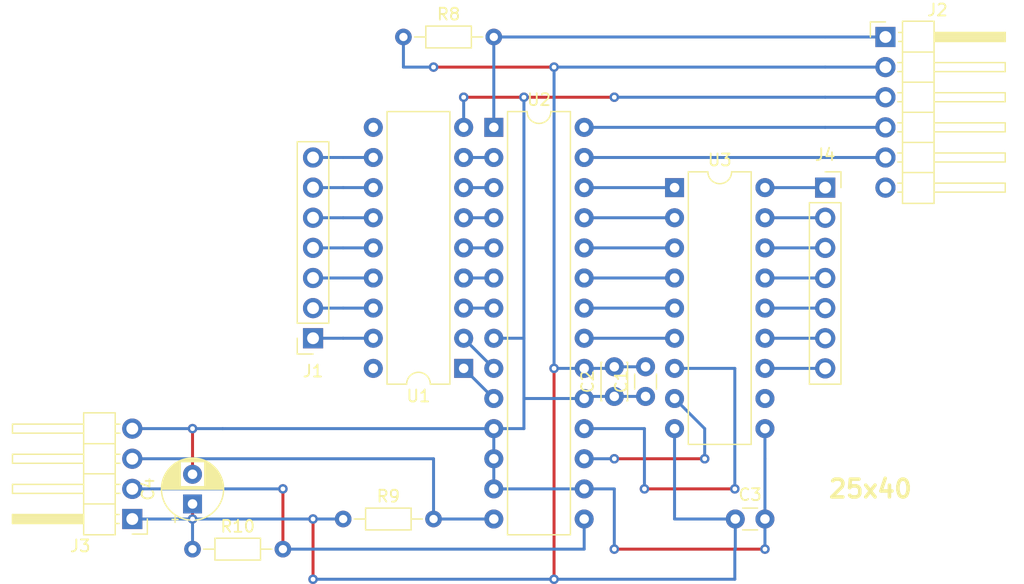
<source format=kicad_pcb>
(kicad_pcb (version 20171130) (host pcbnew 5.1.10-1.fc34)

  (general
    (thickness 1.6)
    (drawings 1)
    (tracks 124)
    (zones 0)
    (modules 14)
    (nets 38)
  )

  (page A4)
  (layers
    (0 F.Cu signal)
    (1 In1.Cu signal)
    (2 In2.Cu signal)
    (31 B.Cu signal)
    (32 B.Adhes user)
    (33 F.Adhes user)
    (34 B.Paste user)
    (35 F.Paste user)
    (36 B.SilkS user)
    (37 F.SilkS user)
    (38 B.Mask user)
    (39 F.Mask user)
    (40 Dwgs.User user)
    (41 Cmts.User user)
    (42 Eco1.User user)
    (43 Eco2.User user)
    (44 Edge.Cuts user)
    (45 Margin user)
    (46 B.CrtYd user)
    (47 F.CrtYd user)
    (48 B.Fab user)
    (49 F.Fab user)
  )

  (setup
    (last_trace_width 0.25)
    (trace_clearance 0.2)
    (zone_clearance 0.508)
    (zone_45_only no)
    (trace_min 0.2)
    (via_size 0.8)
    (via_drill 0.4)
    (via_min_size 0.4)
    (via_min_drill 0.3)
    (uvia_size 0.3)
    (uvia_drill 0.1)
    (uvias_allowed no)
    (uvia_min_size 0.2)
    (uvia_min_drill 0.1)
    (edge_width 0.05)
    (segment_width 0.2)
    (pcb_text_width 0.3)
    (pcb_text_size 1.5 1.5)
    (mod_edge_width 0.12)
    (mod_text_size 1 1)
    (mod_text_width 0.15)
    (pad_size 1.524 1.524)
    (pad_drill 0.762)
    (pad_to_mask_clearance 0)
    (aux_axis_origin 0 0)
    (grid_origin 114.3 43.18)
    (visible_elements FFFFFF7F)
    (pcbplotparams
      (layerselection 0x010fc_ffffffff)
      (usegerberextensions false)
      (usegerberattributes true)
      (usegerberadvancedattributes true)
      (creategerberjobfile true)
      (excludeedgelayer true)
      (linewidth 0.100000)
      (plotframeref false)
      (viasonmask false)
      (mode 1)
      (useauxorigin false)
      (hpglpennumber 1)
      (hpglpenspeed 20)
      (hpglpendiameter 15.000000)
      (psnegative false)
      (psa4output false)
      (plotreference true)
      (plotvalue true)
      (plotinvisibletext false)
      (padsonsilk false)
      (subtractmaskfromsilk false)
      (outputformat 1)
      (mirror false)
      (drillshape 1)
      (scaleselection 1)
      (outputdirectory ""))
  )

  (net 0 "")
  (net 1 VDD)
  (net 2 GND)
  (net 3 "Net-(J1-Pad1)")
  (net 4 "Net-(J1-Pad4)")
  (net 5 "Net-(J1-Pad5)")
  (net 6 "Net-(U1-Pad1)")
  (net 7 "Net-(U1-Pad2)")
  (net 8 "Net-(U1-Pad3)")
  (net 9 "Net-(U1-Pad4)")
  (net 10 "Net-(U1-Pad5)")
  (net 11 "Net-(U1-Pad6)")
  (net 12 "Net-(U1-Pad7)")
  (net 13 "Net-(U1-Pad8)")
  (net 14 /SDA)
  (net 15 /SCL)
  (net 16 "Net-(J1-Pad7)")
  (net 17 "Net-(J1-Pad6)")
  (net 18 "Net-(J1-Pad3)")
  (net 19 "Net-(J1-Pad2)")
  (net 20 "Net-(J2-Pad1)")
  (net 21 "Net-(J2-Pad4)")
  (net 22 "Net-(J2-Pad5)")
  (net 23 "Net-(J4-Pad7)")
  (net 24 "Net-(J4-Pad6)")
  (net 25 "Net-(J4-Pad5)")
  (net 26 "Net-(J4-Pad4)")
  (net 27 "Net-(J4-Pad3)")
  (net 28 "Net-(J4-Pad2)")
  (net 29 "Net-(J4-Pad1)")
  (net 30 "Net-(U2-Pad26)")
  (net 31 "Net-(U2-Pad25)")
  (net 32 "Net-(U2-Pad24)")
  (net 33 "Net-(U2-Pad23)")
  (net 34 "Net-(U2-Pad22)")
  (net 35 "Net-(U2-Pad21)")
  (net 36 "Net-(U2-Pad18)")
  (net 37 "Net-(U2-Pad17)")

  (net_class Default "This is the default net class."
    (clearance 0.2)
    (trace_width 0.25)
    (via_dia 0.8)
    (via_drill 0.4)
    (uvia_dia 0.3)
    (uvia_drill 0.1)
    (add_net /SCL)
    (add_net /SDA)
    (add_net GND)
    (add_net "Net-(J1-Pad1)")
    (add_net "Net-(J1-Pad2)")
    (add_net "Net-(J1-Pad3)")
    (add_net "Net-(J1-Pad4)")
    (add_net "Net-(J1-Pad5)")
    (add_net "Net-(J1-Pad6)")
    (add_net "Net-(J1-Pad7)")
    (add_net "Net-(J2-Pad1)")
    (add_net "Net-(J2-Pad4)")
    (add_net "Net-(J2-Pad5)")
    (add_net "Net-(J2-Pad6)")
    (add_net "Net-(J4-Pad1)")
    (add_net "Net-(J4-Pad2)")
    (add_net "Net-(J4-Pad3)")
    (add_net "Net-(J4-Pad4)")
    (add_net "Net-(J4-Pad5)")
    (add_net "Net-(J4-Pad6)")
    (add_net "Net-(J4-Pad7)")
    (add_net "Net-(U1-Pad1)")
    (add_net "Net-(U1-Pad10)")
    (add_net "Net-(U1-Pad18)")
    (add_net "Net-(U1-Pad2)")
    (add_net "Net-(U1-Pad3)")
    (add_net "Net-(U1-Pad4)")
    (add_net "Net-(U1-Pad5)")
    (add_net "Net-(U1-Pad6)")
    (add_net "Net-(U1-Pad7)")
    (add_net "Net-(U1-Pad8)")
    (add_net "Net-(U2-Pad17)")
    (add_net "Net-(U2-Pad18)")
    (add_net "Net-(U2-Pad21)")
    (add_net "Net-(U2-Pad22)")
    (add_net "Net-(U2-Pad23)")
    (add_net "Net-(U2-Pad24)")
    (add_net "Net-(U2-Pad25)")
    (add_net "Net-(U2-Pad26)")
    (add_net "Net-(U3-Pad11)")
    (add_net VDD)
  )

  (module Connector_PinSocket_2.54mm:PinSocket_1x07_P2.54mm_Vertical (layer F.Cu) (tedit 5A19A433) (tstamp 60B6CA22)
    (at 152.4 109.22)
    (descr "Through hole straight socket strip, 1x07, 2.54mm pitch, single row (from Kicad 4.0.7), script generated")
    (tags "Through hole socket strip THT 1x07 2.54mm single row")
    (path /60BC608C)
    (fp_text reference J4 (at 0 -2.77) (layer F.SilkS)
      (effects (font (size 1 1) (thickness 0.15)))
    )
    (fp_text value Conn_01x07_Female (at 0 18.01) (layer F.Fab)
      (effects (font (size 1 1) (thickness 0.15)))
    )
    (fp_line (start -1.8 17) (end -1.8 -1.8) (layer F.CrtYd) (width 0.05))
    (fp_line (start 1.75 17) (end -1.8 17) (layer F.CrtYd) (width 0.05))
    (fp_line (start 1.75 -1.8) (end 1.75 17) (layer F.CrtYd) (width 0.05))
    (fp_line (start -1.8 -1.8) (end 1.75 -1.8) (layer F.CrtYd) (width 0.05))
    (fp_line (start 0 -1.33) (end 1.33 -1.33) (layer F.SilkS) (width 0.12))
    (fp_line (start 1.33 -1.33) (end 1.33 0) (layer F.SilkS) (width 0.12))
    (fp_line (start 1.33 1.27) (end 1.33 16.57) (layer F.SilkS) (width 0.12))
    (fp_line (start -1.33 16.57) (end 1.33 16.57) (layer F.SilkS) (width 0.12))
    (fp_line (start -1.33 1.27) (end -1.33 16.57) (layer F.SilkS) (width 0.12))
    (fp_line (start -1.33 1.27) (end 1.33 1.27) (layer F.SilkS) (width 0.12))
    (fp_line (start -1.27 16.51) (end -1.27 -1.27) (layer F.Fab) (width 0.1))
    (fp_line (start 1.27 16.51) (end -1.27 16.51) (layer F.Fab) (width 0.1))
    (fp_line (start 1.27 -0.635) (end 1.27 16.51) (layer F.Fab) (width 0.1))
    (fp_line (start 0.635 -1.27) (end 1.27 -0.635) (layer F.Fab) (width 0.1))
    (fp_line (start -1.27 -1.27) (end 0.635 -1.27) (layer F.Fab) (width 0.1))
    (fp_text user %R (at 0 7.62 90) (layer F.Fab)
      (effects (font (size 1 1) (thickness 0.15)))
    )
    (pad 7 thru_hole oval (at 0 15.24) (size 1.7 1.7) (drill 1) (layers *.Cu *.Mask)
      (net 23 "Net-(J4-Pad7)"))
    (pad 6 thru_hole oval (at 0 12.7) (size 1.7 1.7) (drill 1) (layers *.Cu *.Mask)
      (net 24 "Net-(J4-Pad6)"))
    (pad 5 thru_hole oval (at 0 10.16) (size 1.7 1.7) (drill 1) (layers *.Cu *.Mask)
      (net 25 "Net-(J4-Pad5)"))
    (pad 4 thru_hole oval (at 0 7.62) (size 1.7 1.7) (drill 1) (layers *.Cu *.Mask)
      (net 26 "Net-(J4-Pad4)"))
    (pad 3 thru_hole oval (at 0 5.08) (size 1.7 1.7) (drill 1) (layers *.Cu *.Mask)
      (net 27 "Net-(J4-Pad3)"))
    (pad 2 thru_hole oval (at 0 2.54) (size 1.7 1.7) (drill 1) (layers *.Cu *.Mask)
      (net 28 "Net-(J4-Pad2)"))
    (pad 1 thru_hole rect (at 0 0) (size 1.7 1.7) (drill 1) (layers *.Cu *.Mask)
      (net 29 "Net-(J4-Pad1)"))
    (model ${KISYS3DMOD}/Connector_PinSocket_2.54mm.3dshapes/PinSocket_1x07_P2.54mm_Vertical.wrl
      (at (xyz 0 0 0))
      (scale (xyz 1 1 1))
      (rotate (xyz 0 0 0))
    )
  )

  (module Connector_PinSocket_2.54mm:PinSocket_1x07_P2.54mm_Vertical (layer F.Cu) (tedit 5A19A433) (tstamp 60B6C955)
    (at 109.22 121.92 180)
    (descr "Through hole straight socket strip, 1x07, 2.54mm pitch, single row (from Kicad 4.0.7), script generated")
    (tags "Through hole socket strip THT 1x07 2.54mm single row")
    (path /60BC76C4)
    (fp_text reference J1 (at 0 -2.77) (layer F.SilkS)
      (effects (font (size 1 1) (thickness 0.15)))
    )
    (fp_text value Conn_01x07_Female (at 0 18.01) (layer F.Fab)
      (effects (font (size 1 1) (thickness 0.15)))
    )
    (fp_line (start -1.8 17) (end -1.8 -1.8) (layer F.CrtYd) (width 0.05))
    (fp_line (start 1.75 17) (end -1.8 17) (layer F.CrtYd) (width 0.05))
    (fp_line (start 1.75 -1.8) (end 1.75 17) (layer F.CrtYd) (width 0.05))
    (fp_line (start -1.8 -1.8) (end 1.75 -1.8) (layer F.CrtYd) (width 0.05))
    (fp_line (start 0 -1.33) (end 1.33 -1.33) (layer F.SilkS) (width 0.12))
    (fp_line (start 1.33 -1.33) (end 1.33 0) (layer F.SilkS) (width 0.12))
    (fp_line (start 1.33 1.27) (end 1.33 16.57) (layer F.SilkS) (width 0.12))
    (fp_line (start -1.33 16.57) (end 1.33 16.57) (layer F.SilkS) (width 0.12))
    (fp_line (start -1.33 1.27) (end -1.33 16.57) (layer F.SilkS) (width 0.12))
    (fp_line (start -1.33 1.27) (end 1.33 1.27) (layer F.SilkS) (width 0.12))
    (fp_line (start -1.27 16.51) (end -1.27 -1.27) (layer F.Fab) (width 0.1))
    (fp_line (start 1.27 16.51) (end -1.27 16.51) (layer F.Fab) (width 0.1))
    (fp_line (start 1.27 -0.635) (end 1.27 16.51) (layer F.Fab) (width 0.1))
    (fp_line (start 0.635 -1.27) (end 1.27 -0.635) (layer F.Fab) (width 0.1))
    (fp_line (start -1.27 -1.27) (end 0.635 -1.27) (layer F.Fab) (width 0.1))
    (fp_text user %R (at 0 7.62 90) (layer F.Fab)
      (effects (font (size 1 1) (thickness 0.15)))
    )
    (pad 7 thru_hole oval (at 0 15.24 180) (size 1.7 1.7) (drill 1) (layers *.Cu *.Mask)
      (net 16 "Net-(J1-Pad7)"))
    (pad 6 thru_hole oval (at 0 12.7 180) (size 1.7 1.7) (drill 1) (layers *.Cu *.Mask)
      (net 17 "Net-(J1-Pad6)"))
    (pad 5 thru_hole oval (at 0 10.16 180) (size 1.7 1.7) (drill 1) (layers *.Cu *.Mask)
      (net 5 "Net-(J1-Pad5)"))
    (pad 4 thru_hole oval (at 0 7.62 180) (size 1.7 1.7) (drill 1) (layers *.Cu *.Mask)
      (net 4 "Net-(J1-Pad4)"))
    (pad 3 thru_hole oval (at 0 5.08 180) (size 1.7 1.7) (drill 1) (layers *.Cu *.Mask)
      (net 18 "Net-(J1-Pad3)"))
    (pad 2 thru_hole oval (at 0 2.54 180) (size 1.7 1.7) (drill 1) (layers *.Cu *.Mask)
      (net 19 "Net-(J1-Pad2)"))
    (pad 1 thru_hole rect (at 0 0 180) (size 1.7 1.7) (drill 1) (layers *.Cu *.Mask)
      (net 3 "Net-(J1-Pad1)"))
    (model ${KISYS3DMOD}/Connector_PinSocket_2.54mm.3dshapes/PinSocket_1x07_P2.54mm_Vertical.wrl
      (at (xyz 0 0 0))
      (scale (xyz 1 1 1))
      (rotate (xyz 0 0 0))
    )
  )

  (module Connector_PinHeader_2.54mm:PinHeader_1x04_P2.54mm_Horizontal (layer F.Cu) (tedit 59FED5CB) (tstamp 602D93B1)
    (at 93.98 137.16 180)
    (descr "Through hole angled pin header, 1x04, 2.54mm pitch, 6mm pin length, single row")
    (tags "Through hole angled pin header THT 1x04 2.54mm single row")
    (path /607881ED)
    (fp_text reference J3 (at 4.385 -2.27) (layer F.SilkS)
      (effects (font (size 1 1) (thickness 0.15)))
    )
    (fp_text value Conn_01x04_Male (at 4.385 9.89) (layer F.Fab)
      (effects (font (size 1 1) (thickness 0.15)))
    )
    (fp_line (start 10.55 -1.8) (end -1.8 -1.8) (layer F.CrtYd) (width 0.05))
    (fp_line (start 10.55 9.4) (end 10.55 -1.8) (layer F.CrtYd) (width 0.05))
    (fp_line (start -1.8 9.4) (end 10.55 9.4) (layer F.CrtYd) (width 0.05))
    (fp_line (start -1.8 -1.8) (end -1.8 9.4) (layer F.CrtYd) (width 0.05))
    (fp_line (start -1.27 -1.27) (end 0 -1.27) (layer F.SilkS) (width 0.12))
    (fp_line (start -1.27 0) (end -1.27 -1.27) (layer F.SilkS) (width 0.12))
    (fp_line (start 1.042929 8) (end 1.44 8) (layer F.SilkS) (width 0.12))
    (fp_line (start 1.042929 7.24) (end 1.44 7.24) (layer F.SilkS) (width 0.12))
    (fp_line (start 10.1 8) (end 4.1 8) (layer F.SilkS) (width 0.12))
    (fp_line (start 10.1 7.24) (end 10.1 8) (layer F.SilkS) (width 0.12))
    (fp_line (start 4.1 7.24) (end 10.1 7.24) (layer F.SilkS) (width 0.12))
    (fp_line (start 1.44 6.35) (end 4.1 6.35) (layer F.SilkS) (width 0.12))
    (fp_line (start 1.042929 5.46) (end 1.44 5.46) (layer F.SilkS) (width 0.12))
    (fp_line (start 1.042929 4.7) (end 1.44 4.7) (layer F.SilkS) (width 0.12))
    (fp_line (start 10.1 5.46) (end 4.1 5.46) (layer F.SilkS) (width 0.12))
    (fp_line (start 10.1 4.7) (end 10.1 5.46) (layer F.SilkS) (width 0.12))
    (fp_line (start 4.1 4.7) (end 10.1 4.7) (layer F.SilkS) (width 0.12))
    (fp_line (start 1.44 3.81) (end 4.1 3.81) (layer F.SilkS) (width 0.12))
    (fp_line (start 1.042929 2.92) (end 1.44 2.92) (layer F.SilkS) (width 0.12))
    (fp_line (start 1.042929 2.16) (end 1.44 2.16) (layer F.SilkS) (width 0.12))
    (fp_line (start 10.1 2.92) (end 4.1 2.92) (layer F.SilkS) (width 0.12))
    (fp_line (start 10.1 2.16) (end 10.1 2.92) (layer F.SilkS) (width 0.12))
    (fp_line (start 4.1 2.16) (end 10.1 2.16) (layer F.SilkS) (width 0.12))
    (fp_line (start 1.44 1.27) (end 4.1 1.27) (layer F.SilkS) (width 0.12))
    (fp_line (start 1.11 0.38) (end 1.44 0.38) (layer F.SilkS) (width 0.12))
    (fp_line (start 1.11 -0.38) (end 1.44 -0.38) (layer F.SilkS) (width 0.12))
    (fp_line (start 4.1 0.28) (end 10.1 0.28) (layer F.SilkS) (width 0.12))
    (fp_line (start 4.1 0.16) (end 10.1 0.16) (layer F.SilkS) (width 0.12))
    (fp_line (start 4.1 0.04) (end 10.1 0.04) (layer F.SilkS) (width 0.12))
    (fp_line (start 4.1 -0.08) (end 10.1 -0.08) (layer F.SilkS) (width 0.12))
    (fp_line (start 4.1 -0.2) (end 10.1 -0.2) (layer F.SilkS) (width 0.12))
    (fp_line (start 4.1 -0.32) (end 10.1 -0.32) (layer F.SilkS) (width 0.12))
    (fp_line (start 10.1 0.38) (end 4.1 0.38) (layer F.SilkS) (width 0.12))
    (fp_line (start 10.1 -0.38) (end 10.1 0.38) (layer F.SilkS) (width 0.12))
    (fp_line (start 4.1 -0.38) (end 10.1 -0.38) (layer F.SilkS) (width 0.12))
    (fp_line (start 4.1 -1.33) (end 1.44 -1.33) (layer F.SilkS) (width 0.12))
    (fp_line (start 4.1 8.95) (end 4.1 -1.33) (layer F.SilkS) (width 0.12))
    (fp_line (start 1.44 8.95) (end 4.1 8.95) (layer F.SilkS) (width 0.12))
    (fp_line (start 1.44 -1.33) (end 1.44 8.95) (layer F.SilkS) (width 0.12))
    (fp_line (start 4.04 7.94) (end 10.04 7.94) (layer F.Fab) (width 0.1))
    (fp_line (start 10.04 7.3) (end 10.04 7.94) (layer F.Fab) (width 0.1))
    (fp_line (start 4.04 7.3) (end 10.04 7.3) (layer F.Fab) (width 0.1))
    (fp_line (start -0.32 7.94) (end 1.5 7.94) (layer F.Fab) (width 0.1))
    (fp_line (start -0.32 7.3) (end -0.32 7.94) (layer F.Fab) (width 0.1))
    (fp_line (start -0.32 7.3) (end 1.5 7.3) (layer F.Fab) (width 0.1))
    (fp_line (start 4.04 5.4) (end 10.04 5.4) (layer F.Fab) (width 0.1))
    (fp_line (start 10.04 4.76) (end 10.04 5.4) (layer F.Fab) (width 0.1))
    (fp_line (start 4.04 4.76) (end 10.04 4.76) (layer F.Fab) (width 0.1))
    (fp_line (start -0.32 5.4) (end 1.5 5.4) (layer F.Fab) (width 0.1))
    (fp_line (start -0.32 4.76) (end -0.32 5.4) (layer F.Fab) (width 0.1))
    (fp_line (start -0.32 4.76) (end 1.5 4.76) (layer F.Fab) (width 0.1))
    (fp_line (start 4.04 2.86) (end 10.04 2.86) (layer F.Fab) (width 0.1))
    (fp_line (start 10.04 2.22) (end 10.04 2.86) (layer F.Fab) (width 0.1))
    (fp_line (start 4.04 2.22) (end 10.04 2.22) (layer F.Fab) (width 0.1))
    (fp_line (start -0.32 2.86) (end 1.5 2.86) (layer F.Fab) (width 0.1))
    (fp_line (start -0.32 2.22) (end -0.32 2.86) (layer F.Fab) (width 0.1))
    (fp_line (start -0.32 2.22) (end 1.5 2.22) (layer F.Fab) (width 0.1))
    (fp_line (start 4.04 0.32) (end 10.04 0.32) (layer F.Fab) (width 0.1))
    (fp_line (start 10.04 -0.32) (end 10.04 0.32) (layer F.Fab) (width 0.1))
    (fp_line (start 4.04 -0.32) (end 10.04 -0.32) (layer F.Fab) (width 0.1))
    (fp_line (start -0.32 0.32) (end 1.5 0.32) (layer F.Fab) (width 0.1))
    (fp_line (start -0.32 -0.32) (end -0.32 0.32) (layer F.Fab) (width 0.1))
    (fp_line (start -0.32 -0.32) (end 1.5 -0.32) (layer F.Fab) (width 0.1))
    (fp_line (start 1.5 -0.635) (end 2.135 -1.27) (layer F.Fab) (width 0.1))
    (fp_line (start 1.5 8.89) (end 1.5 -0.635) (layer F.Fab) (width 0.1))
    (fp_line (start 4.04 8.89) (end 1.5 8.89) (layer F.Fab) (width 0.1))
    (fp_line (start 4.04 -1.27) (end 4.04 8.89) (layer F.Fab) (width 0.1))
    (fp_line (start 2.135 -1.27) (end 4.04 -1.27) (layer F.Fab) (width 0.1))
    (fp_text user %R (at 2.77 3.81 90) (layer F.Fab)
      (effects (font (size 1 1) (thickness 0.15)))
    )
    (pad 4 thru_hole oval (at 0 7.62 180) (size 1.7 1.7) (drill 1) (layers *.Cu *.Mask)
      (net 2 GND))
    (pad 3 thru_hole oval (at 0 5.08 180) (size 1.7 1.7) (drill 1) (layers *.Cu *.Mask)
      (net 15 /SCL))
    (pad 2 thru_hole oval (at 0 2.54 180) (size 1.7 1.7) (drill 1) (layers *.Cu *.Mask)
      (net 14 /SDA))
    (pad 1 thru_hole rect (at 0 0 180) (size 1.7 1.7) (drill 1) (layers *.Cu *.Mask)
      (net 1 VDD))
    (model ${KISYS3DMOD}/Connector_PinHeader_2.54mm.3dshapes/PinHeader_1x04_P2.54mm_Horizontal.wrl
      (at (xyz 0 0 0))
      (scale (xyz 1 1 1))
      (rotate (xyz 0 0 0))
    )
  )

  (module Capacitor_THT:CP_Radial_D5.0mm_P2.50mm (layer F.Cu) (tedit 5AE50EF0) (tstamp 602D8A38)
    (at 99.06 135.89 90)
    (descr "CP, Radial series, Radial, pin pitch=2.50mm, , diameter=5mm, Electrolytic Capacitor")
    (tags "CP Radial series Radial pin pitch 2.50mm  diameter 5mm Electrolytic Capacitor")
    (path /608EC962)
    (fp_text reference C4 (at 1.25 -3.75 90) (layer F.SilkS)
      (effects (font (size 1 1) (thickness 0.15)))
    )
    (fp_text value 10u (at 1.25 3.75 90) (layer F.Fab)
      (effects (font (size 1 1) (thickness 0.15)))
    )
    (fp_line (start -1.304775 -1.725) (end -1.304775 -1.225) (layer F.SilkS) (width 0.12))
    (fp_line (start -1.554775 -1.475) (end -1.054775 -1.475) (layer F.SilkS) (width 0.12))
    (fp_line (start 3.851 -0.284) (end 3.851 0.284) (layer F.SilkS) (width 0.12))
    (fp_line (start 3.811 -0.518) (end 3.811 0.518) (layer F.SilkS) (width 0.12))
    (fp_line (start 3.771 -0.677) (end 3.771 0.677) (layer F.SilkS) (width 0.12))
    (fp_line (start 3.731 -0.805) (end 3.731 0.805) (layer F.SilkS) (width 0.12))
    (fp_line (start 3.691 -0.915) (end 3.691 0.915) (layer F.SilkS) (width 0.12))
    (fp_line (start 3.651 -1.011) (end 3.651 1.011) (layer F.SilkS) (width 0.12))
    (fp_line (start 3.611 -1.098) (end 3.611 1.098) (layer F.SilkS) (width 0.12))
    (fp_line (start 3.571 -1.178) (end 3.571 1.178) (layer F.SilkS) (width 0.12))
    (fp_line (start 3.531 1.04) (end 3.531 1.251) (layer F.SilkS) (width 0.12))
    (fp_line (start 3.531 -1.251) (end 3.531 -1.04) (layer F.SilkS) (width 0.12))
    (fp_line (start 3.491 1.04) (end 3.491 1.319) (layer F.SilkS) (width 0.12))
    (fp_line (start 3.491 -1.319) (end 3.491 -1.04) (layer F.SilkS) (width 0.12))
    (fp_line (start 3.451 1.04) (end 3.451 1.383) (layer F.SilkS) (width 0.12))
    (fp_line (start 3.451 -1.383) (end 3.451 -1.04) (layer F.SilkS) (width 0.12))
    (fp_line (start 3.411 1.04) (end 3.411 1.443) (layer F.SilkS) (width 0.12))
    (fp_line (start 3.411 -1.443) (end 3.411 -1.04) (layer F.SilkS) (width 0.12))
    (fp_line (start 3.371 1.04) (end 3.371 1.5) (layer F.SilkS) (width 0.12))
    (fp_line (start 3.371 -1.5) (end 3.371 -1.04) (layer F.SilkS) (width 0.12))
    (fp_line (start 3.331 1.04) (end 3.331 1.554) (layer F.SilkS) (width 0.12))
    (fp_line (start 3.331 -1.554) (end 3.331 -1.04) (layer F.SilkS) (width 0.12))
    (fp_line (start 3.291 1.04) (end 3.291 1.605) (layer F.SilkS) (width 0.12))
    (fp_line (start 3.291 -1.605) (end 3.291 -1.04) (layer F.SilkS) (width 0.12))
    (fp_line (start 3.251 1.04) (end 3.251 1.653) (layer F.SilkS) (width 0.12))
    (fp_line (start 3.251 -1.653) (end 3.251 -1.04) (layer F.SilkS) (width 0.12))
    (fp_line (start 3.211 1.04) (end 3.211 1.699) (layer F.SilkS) (width 0.12))
    (fp_line (start 3.211 -1.699) (end 3.211 -1.04) (layer F.SilkS) (width 0.12))
    (fp_line (start 3.171 1.04) (end 3.171 1.743) (layer F.SilkS) (width 0.12))
    (fp_line (start 3.171 -1.743) (end 3.171 -1.04) (layer F.SilkS) (width 0.12))
    (fp_line (start 3.131 1.04) (end 3.131 1.785) (layer F.SilkS) (width 0.12))
    (fp_line (start 3.131 -1.785) (end 3.131 -1.04) (layer F.SilkS) (width 0.12))
    (fp_line (start 3.091 1.04) (end 3.091 1.826) (layer F.SilkS) (width 0.12))
    (fp_line (start 3.091 -1.826) (end 3.091 -1.04) (layer F.SilkS) (width 0.12))
    (fp_line (start 3.051 1.04) (end 3.051 1.864) (layer F.SilkS) (width 0.12))
    (fp_line (start 3.051 -1.864) (end 3.051 -1.04) (layer F.SilkS) (width 0.12))
    (fp_line (start 3.011 1.04) (end 3.011 1.901) (layer F.SilkS) (width 0.12))
    (fp_line (start 3.011 -1.901) (end 3.011 -1.04) (layer F.SilkS) (width 0.12))
    (fp_line (start 2.971 1.04) (end 2.971 1.937) (layer F.SilkS) (width 0.12))
    (fp_line (start 2.971 -1.937) (end 2.971 -1.04) (layer F.SilkS) (width 0.12))
    (fp_line (start 2.931 1.04) (end 2.931 1.971) (layer F.SilkS) (width 0.12))
    (fp_line (start 2.931 -1.971) (end 2.931 -1.04) (layer F.SilkS) (width 0.12))
    (fp_line (start 2.891 1.04) (end 2.891 2.004) (layer F.SilkS) (width 0.12))
    (fp_line (start 2.891 -2.004) (end 2.891 -1.04) (layer F.SilkS) (width 0.12))
    (fp_line (start 2.851 1.04) (end 2.851 2.035) (layer F.SilkS) (width 0.12))
    (fp_line (start 2.851 -2.035) (end 2.851 -1.04) (layer F.SilkS) (width 0.12))
    (fp_line (start 2.811 1.04) (end 2.811 2.065) (layer F.SilkS) (width 0.12))
    (fp_line (start 2.811 -2.065) (end 2.811 -1.04) (layer F.SilkS) (width 0.12))
    (fp_line (start 2.771 1.04) (end 2.771 2.095) (layer F.SilkS) (width 0.12))
    (fp_line (start 2.771 -2.095) (end 2.771 -1.04) (layer F.SilkS) (width 0.12))
    (fp_line (start 2.731 1.04) (end 2.731 2.122) (layer F.SilkS) (width 0.12))
    (fp_line (start 2.731 -2.122) (end 2.731 -1.04) (layer F.SilkS) (width 0.12))
    (fp_line (start 2.691 1.04) (end 2.691 2.149) (layer F.SilkS) (width 0.12))
    (fp_line (start 2.691 -2.149) (end 2.691 -1.04) (layer F.SilkS) (width 0.12))
    (fp_line (start 2.651 1.04) (end 2.651 2.175) (layer F.SilkS) (width 0.12))
    (fp_line (start 2.651 -2.175) (end 2.651 -1.04) (layer F.SilkS) (width 0.12))
    (fp_line (start 2.611 1.04) (end 2.611 2.2) (layer F.SilkS) (width 0.12))
    (fp_line (start 2.611 -2.2) (end 2.611 -1.04) (layer F.SilkS) (width 0.12))
    (fp_line (start 2.571 1.04) (end 2.571 2.224) (layer F.SilkS) (width 0.12))
    (fp_line (start 2.571 -2.224) (end 2.571 -1.04) (layer F.SilkS) (width 0.12))
    (fp_line (start 2.531 1.04) (end 2.531 2.247) (layer F.SilkS) (width 0.12))
    (fp_line (start 2.531 -2.247) (end 2.531 -1.04) (layer F.SilkS) (width 0.12))
    (fp_line (start 2.491 1.04) (end 2.491 2.268) (layer F.SilkS) (width 0.12))
    (fp_line (start 2.491 -2.268) (end 2.491 -1.04) (layer F.SilkS) (width 0.12))
    (fp_line (start 2.451 1.04) (end 2.451 2.29) (layer F.SilkS) (width 0.12))
    (fp_line (start 2.451 -2.29) (end 2.451 -1.04) (layer F.SilkS) (width 0.12))
    (fp_line (start 2.411 1.04) (end 2.411 2.31) (layer F.SilkS) (width 0.12))
    (fp_line (start 2.411 -2.31) (end 2.411 -1.04) (layer F.SilkS) (width 0.12))
    (fp_line (start 2.371 1.04) (end 2.371 2.329) (layer F.SilkS) (width 0.12))
    (fp_line (start 2.371 -2.329) (end 2.371 -1.04) (layer F.SilkS) (width 0.12))
    (fp_line (start 2.331 1.04) (end 2.331 2.348) (layer F.SilkS) (width 0.12))
    (fp_line (start 2.331 -2.348) (end 2.331 -1.04) (layer F.SilkS) (width 0.12))
    (fp_line (start 2.291 1.04) (end 2.291 2.365) (layer F.SilkS) (width 0.12))
    (fp_line (start 2.291 -2.365) (end 2.291 -1.04) (layer F.SilkS) (width 0.12))
    (fp_line (start 2.251 1.04) (end 2.251 2.382) (layer F.SilkS) (width 0.12))
    (fp_line (start 2.251 -2.382) (end 2.251 -1.04) (layer F.SilkS) (width 0.12))
    (fp_line (start 2.211 1.04) (end 2.211 2.398) (layer F.SilkS) (width 0.12))
    (fp_line (start 2.211 -2.398) (end 2.211 -1.04) (layer F.SilkS) (width 0.12))
    (fp_line (start 2.171 1.04) (end 2.171 2.414) (layer F.SilkS) (width 0.12))
    (fp_line (start 2.171 -2.414) (end 2.171 -1.04) (layer F.SilkS) (width 0.12))
    (fp_line (start 2.131 1.04) (end 2.131 2.428) (layer F.SilkS) (width 0.12))
    (fp_line (start 2.131 -2.428) (end 2.131 -1.04) (layer F.SilkS) (width 0.12))
    (fp_line (start 2.091 1.04) (end 2.091 2.442) (layer F.SilkS) (width 0.12))
    (fp_line (start 2.091 -2.442) (end 2.091 -1.04) (layer F.SilkS) (width 0.12))
    (fp_line (start 2.051 1.04) (end 2.051 2.455) (layer F.SilkS) (width 0.12))
    (fp_line (start 2.051 -2.455) (end 2.051 -1.04) (layer F.SilkS) (width 0.12))
    (fp_line (start 2.011 1.04) (end 2.011 2.468) (layer F.SilkS) (width 0.12))
    (fp_line (start 2.011 -2.468) (end 2.011 -1.04) (layer F.SilkS) (width 0.12))
    (fp_line (start 1.971 1.04) (end 1.971 2.48) (layer F.SilkS) (width 0.12))
    (fp_line (start 1.971 -2.48) (end 1.971 -1.04) (layer F.SilkS) (width 0.12))
    (fp_line (start 1.93 1.04) (end 1.93 2.491) (layer F.SilkS) (width 0.12))
    (fp_line (start 1.93 -2.491) (end 1.93 -1.04) (layer F.SilkS) (width 0.12))
    (fp_line (start 1.89 1.04) (end 1.89 2.501) (layer F.SilkS) (width 0.12))
    (fp_line (start 1.89 -2.501) (end 1.89 -1.04) (layer F.SilkS) (width 0.12))
    (fp_line (start 1.85 1.04) (end 1.85 2.511) (layer F.SilkS) (width 0.12))
    (fp_line (start 1.85 -2.511) (end 1.85 -1.04) (layer F.SilkS) (width 0.12))
    (fp_line (start 1.81 1.04) (end 1.81 2.52) (layer F.SilkS) (width 0.12))
    (fp_line (start 1.81 -2.52) (end 1.81 -1.04) (layer F.SilkS) (width 0.12))
    (fp_line (start 1.77 1.04) (end 1.77 2.528) (layer F.SilkS) (width 0.12))
    (fp_line (start 1.77 -2.528) (end 1.77 -1.04) (layer F.SilkS) (width 0.12))
    (fp_line (start 1.73 1.04) (end 1.73 2.536) (layer F.SilkS) (width 0.12))
    (fp_line (start 1.73 -2.536) (end 1.73 -1.04) (layer F.SilkS) (width 0.12))
    (fp_line (start 1.69 1.04) (end 1.69 2.543) (layer F.SilkS) (width 0.12))
    (fp_line (start 1.69 -2.543) (end 1.69 -1.04) (layer F.SilkS) (width 0.12))
    (fp_line (start 1.65 1.04) (end 1.65 2.55) (layer F.SilkS) (width 0.12))
    (fp_line (start 1.65 -2.55) (end 1.65 -1.04) (layer F.SilkS) (width 0.12))
    (fp_line (start 1.61 1.04) (end 1.61 2.556) (layer F.SilkS) (width 0.12))
    (fp_line (start 1.61 -2.556) (end 1.61 -1.04) (layer F.SilkS) (width 0.12))
    (fp_line (start 1.57 1.04) (end 1.57 2.561) (layer F.SilkS) (width 0.12))
    (fp_line (start 1.57 -2.561) (end 1.57 -1.04) (layer F.SilkS) (width 0.12))
    (fp_line (start 1.53 1.04) (end 1.53 2.565) (layer F.SilkS) (width 0.12))
    (fp_line (start 1.53 -2.565) (end 1.53 -1.04) (layer F.SilkS) (width 0.12))
    (fp_line (start 1.49 1.04) (end 1.49 2.569) (layer F.SilkS) (width 0.12))
    (fp_line (start 1.49 -2.569) (end 1.49 -1.04) (layer F.SilkS) (width 0.12))
    (fp_line (start 1.45 -2.573) (end 1.45 2.573) (layer F.SilkS) (width 0.12))
    (fp_line (start 1.41 -2.576) (end 1.41 2.576) (layer F.SilkS) (width 0.12))
    (fp_line (start 1.37 -2.578) (end 1.37 2.578) (layer F.SilkS) (width 0.12))
    (fp_line (start 1.33 -2.579) (end 1.33 2.579) (layer F.SilkS) (width 0.12))
    (fp_line (start 1.29 -2.58) (end 1.29 2.58) (layer F.SilkS) (width 0.12))
    (fp_line (start 1.25 -2.58) (end 1.25 2.58) (layer F.SilkS) (width 0.12))
    (fp_line (start -0.633605 -1.3375) (end -0.633605 -0.8375) (layer F.Fab) (width 0.1))
    (fp_line (start -0.883605 -1.0875) (end -0.383605 -1.0875) (layer F.Fab) (width 0.1))
    (fp_circle (center 1.25 0) (end 4 0) (layer F.CrtYd) (width 0.05))
    (fp_circle (center 1.25 0) (end 3.87 0) (layer F.SilkS) (width 0.12))
    (fp_circle (center 1.25 0) (end 3.75 0) (layer F.Fab) (width 0.1))
    (fp_text user %R (at 1.25 0 90) (layer F.Fab)
      (effects (font (size 1 1) (thickness 0.15)))
    )
    (pad 2 thru_hole circle (at 2.5 0 90) (size 1.6 1.6) (drill 0.8) (layers *.Cu *.Mask)
      (net 2 GND))
    (pad 1 thru_hole rect (at 0 0 90) (size 1.6 1.6) (drill 0.8) (layers *.Cu *.Mask)
      (net 1 VDD))
    (model ${KISYS3DMOD}/Capacitor_THT.3dshapes/CP_Radial_D5.0mm_P2.50mm.wrl
      (at (xyz 0 0 0))
      (scale (xyz 1 1 1))
      (rotate (xyz 0 0 0))
    )
  )

  (module Connector_PinHeader_2.54mm:PinHeader_1x06_P2.54mm_Horizontal (layer F.Cu) (tedit 59FED5CB) (tstamp 60B6DFDE)
    (at 157.48 96.52)
    (descr "Through hole angled pin header, 1x06, 2.54mm pitch, 6mm pin length, single row")
    (tags "Through hole angled pin header THT 1x06 2.54mm single row")
    (path /60309286)
    (fp_text reference J2 (at 4.385 -2.27) (layer F.SilkS)
      (effects (font (size 1 1) (thickness 0.15)))
    )
    (fp_text value Conn_PIC_ICSP_ICD (at 4.385 14.97) (layer F.Fab)
      (effects (font (size 1 1) (thickness 0.15)))
    )
    (fp_line (start 10.55 -1.8) (end -1.8 -1.8) (layer F.CrtYd) (width 0.05))
    (fp_line (start 10.55 14.5) (end 10.55 -1.8) (layer F.CrtYd) (width 0.05))
    (fp_line (start -1.8 14.5) (end 10.55 14.5) (layer F.CrtYd) (width 0.05))
    (fp_line (start -1.8 -1.8) (end -1.8 14.5) (layer F.CrtYd) (width 0.05))
    (fp_line (start -1.27 -1.27) (end 0 -1.27) (layer F.SilkS) (width 0.12))
    (fp_line (start -1.27 0) (end -1.27 -1.27) (layer F.SilkS) (width 0.12))
    (fp_line (start 1.042929 13.08) (end 1.44 13.08) (layer F.SilkS) (width 0.12))
    (fp_line (start 1.042929 12.32) (end 1.44 12.32) (layer F.SilkS) (width 0.12))
    (fp_line (start 10.1 13.08) (end 4.1 13.08) (layer F.SilkS) (width 0.12))
    (fp_line (start 10.1 12.32) (end 10.1 13.08) (layer F.SilkS) (width 0.12))
    (fp_line (start 4.1 12.32) (end 10.1 12.32) (layer F.SilkS) (width 0.12))
    (fp_line (start 1.44 11.43) (end 4.1 11.43) (layer F.SilkS) (width 0.12))
    (fp_line (start 1.042929 10.54) (end 1.44 10.54) (layer F.SilkS) (width 0.12))
    (fp_line (start 1.042929 9.78) (end 1.44 9.78) (layer F.SilkS) (width 0.12))
    (fp_line (start 10.1 10.54) (end 4.1 10.54) (layer F.SilkS) (width 0.12))
    (fp_line (start 10.1 9.78) (end 10.1 10.54) (layer F.SilkS) (width 0.12))
    (fp_line (start 4.1 9.78) (end 10.1 9.78) (layer F.SilkS) (width 0.12))
    (fp_line (start 1.44 8.89) (end 4.1 8.89) (layer F.SilkS) (width 0.12))
    (fp_line (start 1.042929 8) (end 1.44 8) (layer F.SilkS) (width 0.12))
    (fp_line (start 1.042929 7.24) (end 1.44 7.24) (layer F.SilkS) (width 0.12))
    (fp_line (start 10.1 8) (end 4.1 8) (layer F.SilkS) (width 0.12))
    (fp_line (start 10.1 7.24) (end 10.1 8) (layer F.SilkS) (width 0.12))
    (fp_line (start 4.1 7.24) (end 10.1 7.24) (layer F.SilkS) (width 0.12))
    (fp_line (start 1.44 6.35) (end 4.1 6.35) (layer F.SilkS) (width 0.12))
    (fp_line (start 1.042929 5.46) (end 1.44 5.46) (layer F.SilkS) (width 0.12))
    (fp_line (start 1.042929 4.7) (end 1.44 4.7) (layer F.SilkS) (width 0.12))
    (fp_line (start 10.1 5.46) (end 4.1 5.46) (layer F.SilkS) (width 0.12))
    (fp_line (start 10.1 4.7) (end 10.1 5.46) (layer F.SilkS) (width 0.12))
    (fp_line (start 4.1 4.7) (end 10.1 4.7) (layer F.SilkS) (width 0.12))
    (fp_line (start 1.44 3.81) (end 4.1 3.81) (layer F.SilkS) (width 0.12))
    (fp_line (start 1.042929 2.92) (end 1.44 2.92) (layer F.SilkS) (width 0.12))
    (fp_line (start 1.042929 2.16) (end 1.44 2.16) (layer F.SilkS) (width 0.12))
    (fp_line (start 10.1 2.92) (end 4.1 2.92) (layer F.SilkS) (width 0.12))
    (fp_line (start 10.1 2.16) (end 10.1 2.92) (layer F.SilkS) (width 0.12))
    (fp_line (start 4.1 2.16) (end 10.1 2.16) (layer F.SilkS) (width 0.12))
    (fp_line (start 1.44 1.27) (end 4.1 1.27) (layer F.SilkS) (width 0.12))
    (fp_line (start 1.11 0.38) (end 1.44 0.38) (layer F.SilkS) (width 0.12))
    (fp_line (start 1.11 -0.38) (end 1.44 -0.38) (layer F.SilkS) (width 0.12))
    (fp_line (start 4.1 0.28) (end 10.1 0.28) (layer F.SilkS) (width 0.12))
    (fp_line (start 4.1 0.16) (end 10.1 0.16) (layer F.SilkS) (width 0.12))
    (fp_line (start 4.1 0.04) (end 10.1 0.04) (layer F.SilkS) (width 0.12))
    (fp_line (start 4.1 -0.08) (end 10.1 -0.08) (layer F.SilkS) (width 0.12))
    (fp_line (start 4.1 -0.2) (end 10.1 -0.2) (layer F.SilkS) (width 0.12))
    (fp_line (start 4.1 -0.32) (end 10.1 -0.32) (layer F.SilkS) (width 0.12))
    (fp_line (start 10.1 0.38) (end 4.1 0.38) (layer F.SilkS) (width 0.12))
    (fp_line (start 10.1 -0.38) (end 10.1 0.38) (layer F.SilkS) (width 0.12))
    (fp_line (start 4.1 -0.38) (end 10.1 -0.38) (layer F.SilkS) (width 0.12))
    (fp_line (start 4.1 -1.33) (end 1.44 -1.33) (layer F.SilkS) (width 0.12))
    (fp_line (start 4.1 14.03) (end 4.1 -1.33) (layer F.SilkS) (width 0.12))
    (fp_line (start 1.44 14.03) (end 4.1 14.03) (layer F.SilkS) (width 0.12))
    (fp_line (start 1.44 -1.33) (end 1.44 14.03) (layer F.SilkS) (width 0.12))
    (fp_line (start 4.04 13.02) (end 10.04 13.02) (layer F.Fab) (width 0.1))
    (fp_line (start 10.04 12.38) (end 10.04 13.02) (layer F.Fab) (width 0.1))
    (fp_line (start 4.04 12.38) (end 10.04 12.38) (layer F.Fab) (width 0.1))
    (fp_line (start -0.32 13.02) (end 1.5 13.02) (layer F.Fab) (width 0.1))
    (fp_line (start -0.32 12.38) (end -0.32 13.02) (layer F.Fab) (width 0.1))
    (fp_line (start -0.32 12.38) (end 1.5 12.38) (layer F.Fab) (width 0.1))
    (fp_line (start 4.04 10.48) (end 10.04 10.48) (layer F.Fab) (width 0.1))
    (fp_line (start 10.04 9.84) (end 10.04 10.48) (layer F.Fab) (width 0.1))
    (fp_line (start 4.04 9.84) (end 10.04 9.84) (layer F.Fab) (width 0.1))
    (fp_line (start -0.32 10.48) (end 1.5 10.48) (layer F.Fab) (width 0.1))
    (fp_line (start -0.32 9.84) (end -0.32 10.48) (layer F.Fab) (width 0.1))
    (fp_line (start -0.32 9.84) (end 1.5 9.84) (layer F.Fab) (width 0.1))
    (fp_line (start 4.04 7.94) (end 10.04 7.94) (layer F.Fab) (width 0.1))
    (fp_line (start 10.04 7.3) (end 10.04 7.94) (layer F.Fab) (width 0.1))
    (fp_line (start 4.04 7.3) (end 10.04 7.3) (layer F.Fab) (width 0.1))
    (fp_line (start -0.32 7.94) (end 1.5 7.94) (layer F.Fab) (width 0.1))
    (fp_line (start -0.32 7.3) (end -0.32 7.94) (layer F.Fab) (width 0.1))
    (fp_line (start -0.32 7.3) (end 1.5 7.3) (layer F.Fab) (width 0.1))
    (fp_line (start 4.04 5.4) (end 10.04 5.4) (layer F.Fab) (width 0.1))
    (fp_line (start 10.04 4.76) (end 10.04 5.4) (layer F.Fab) (width 0.1))
    (fp_line (start 4.04 4.76) (end 10.04 4.76) (layer F.Fab) (width 0.1))
    (fp_line (start -0.32 5.4) (end 1.5 5.4) (layer F.Fab) (width 0.1))
    (fp_line (start -0.32 4.76) (end -0.32 5.4) (layer F.Fab) (width 0.1))
    (fp_line (start -0.32 4.76) (end 1.5 4.76) (layer F.Fab) (width 0.1))
    (fp_line (start 4.04 2.86) (end 10.04 2.86) (layer F.Fab) (width 0.1))
    (fp_line (start 10.04 2.22) (end 10.04 2.86) (layer F.Fab) (width 0.1))
    (fp_line (start 4.04 2.22) (end 10.04 2.22) (layer F.Fab) (width 0.1))
    (fp_line (start -0.32 2.86) (end 1.5 2.86) (layer F.Fab) (width 0.1))
    (fp_line (start -0.32 2.22) (end -0.32 2.86) (layer F.Fab) (width 0.1))
    (fp_line (start -0.32 2.22) (end 1.5 2.22) (layer F.Fab) (width 0.1))
    (fp_line (start 4.04 0.32) (end 10.04 0.32) (layer F.Fab) (width 0.1))
    (fp_line (start 10.04 -0.32) (end 10.04 0.32) (layer F.Fab) (width 0.1))
    (fp_line (start 4.04 -0.32) (end 10.04 -0.32) (layer F.Fab) (width 0.1))
    (fp_line (start -0.32 0.32) (end 1.5 0.32) (layer F.Fab) (width 0.1))
    (fp_line (start -0.32 -0.32) (end -0.32 0.32) (layer F.Fab) (width 0.1))
    (fp_line (start -0.32 -0.32) (end 1.5 -0.32) (layer F.Fab) (width 0.1))
    (fp_line (start 1.5 -0.635) (end 2.135 -1.27) (layer F.Fab) (width 0.1))
    (fp_line (start 1.5 13.97) (end 1.5 -0.635) (layer F.Fab) (width 0.1))
    (fp_line (start 4.04 13.97) (end 1.5 13.97) (layer F.Fab) (width 0.1))
    (fp_line (start 4.04 -1.27) (end 4.04 13.97) (layer F.Fab) (width 0.1))
    (fp_line (start 2.135 -1.27) (end 4.04 -1.27) (layer F.Fab) (width 0.1))
    (fp_text user %R (at 2.77 6.35 90) (layer F.Fab)
      (effects (font (size 1 1) (thickness 0.15)))
    )
    (pad 1 thru_hole rect (at 0 0) (size 1.7 1.7) (drill 1) (layers *.Cu *.Mask)
      (net 20 "Net-(J2-Pad1)"))
    (pad 2 thru_hole oval (at 0 2.54) (size 1.7 1.7) (drill 1) (layers *.Cu *.Mask)
      (net 1 VDD))
    (pad 3 thru_hole oval (at 0 5.08) (size 1.7 1.7) (drill 1) (layers *.Cu *.Mask)
      (net 2 GND))
    (pad 4 thru_hole oval (at 0 7.62) (size 1.7 1.7) (drill 1) (layers *.Cu *.Mask)
      (net 21 "Net-(J2-Pad4)"))
    (pad 5 thru_hole oval (at 0 10.16) (size 1.7 1.7) (drill 1) (layers *.Cu *.Mask)
      (net 22 "Net-(J2-Pad5)"))
    (pad 6 thru_hole oval (at 0 12.7) (size 1.7 1.7) (drill 1) (layers *.Cu *.Mask))
    (model ${KISYS3DMOD}/Connector_PinHeader_2.54mm.3dshapes/PinHeader_1x06_P2.54mm_Horizontal.wrl
      (at (xyz 0 0 0))
      (scale (xyz 1 1 1))
      (rotate (xyz 0 0 0))
    )
  )

  (module Resistor_THT:R_Axial_DIN0204_L3.6mm_D1.6mm_P7.62mm_Horizontal (layer F.Cu) (tedit 5AE5139B) (tstamp 602D9312)
    (at 99.06 139.7)
    (descr "Resistor, Axial_DIN0204 series, Axial, Horizontal, pin pitch=7.62mm, 0.167W, length*diameter=3.6*1.6mm^2, http://cdn-reichelt.de/documents/datenblatt/B400/1_4W%23YAG.pdf")
    (tags "Resistor Axial_DIN0204 series Axial Horizontal pin pitch 7.62mm 0.167W length 3.6mm diameter 1.6mm")
    (path /6068B791)
    (fp_text reference R10 (at 3.81 -1.92) (layer F.SilkS)
      (effects (font (size 1 1) (thickness 0.15)))
    )
    (fp_text value 4.7k (at 3.81 1.92) (layer F.Fab)
      (effects (font (size 1 1) (thickness 0.15)))
    )
    (fp_line (start 8.57 -1.05) (end -0.95 -1.05) (layer F.CrtYd) (width 0.05))
    (fp_line (start 8.57 1.05) (end 8.57 -1.05) (layer F.CrtYd) (width 0.05))
    (fp_line (start -0.95 1.05) (end 8.57 1.05) (layer F.CrtYd) (width 0.05))
    (fp_line (start -0.95 -1.05) (end -0.95 1.05) (layer F.CrtYd) (width 0.05))
    (fp_line (start 6.68 0) (end 5.73 0) (layer F.SilkS) (width 0.12))
    (fp_line (start 0.94 0) (end 1.89 0) (layer F.SilkS) (width 0.12))
    (fp_line (start 5.73 -0.92) (end 1.89 -0.92) (layer F.SilkS) (width 0.12))
    (fp_line (start 5.73 0.92) (end 5.73 -0.92) (layer F.SilkS) (width 0.12))
    (fp_line (start 1.89 0.92) (end 5.73 0.92) (layer F.SilkS) (width 0.12))
    (fp_line (start 1.89 -0.92) (end 1.89 0.92) (layer F.SilkS) (width 0.12))
    (fp_line (start 7.62 0) (end 5.61 0) (layer F.Fab) (width 0.1))
    (fp_line (start 0 0) (end 2.01 0) (layer F.Fab) (width 0.1))
    (fp_line (start 5.61 -0.8) (end 2.01 -0.8) (layer F.Fab) (width 0.1))
    (fp_line (start 5.61 0.8) (end 5.61 -0.8) (layer F.Fab) (width 0.1))
    (fp_line (start 2.01 0.8) (end 5.61 0.8) (layer F.Fab) (width 0.1))
    (fp_line (start 2.01 -0.8) (end 2.01 0.8) (layer F.Fab) (width 0.1))
    (fp_text user %R (at 3.81 0) (layer F.Fab)
      (effects (font (size 0.72 0.72) (thickness 0.108)))
    )
    (pad 2 thru_hole oval (at 7.62 0) (size 1.4 1.4) (drill 0.7) (layers *.Cu *.Mask)
      (net 14 /SDA))
    (pad 1 thru_hole circle (at 0 0) (size 1.4 1.4) (drill 0.7) (layers *.Cu *.Mask)
      (net 1 VDD))
    (model ${KISYS3DMOD}/Resistor_THT.3dshapes/R_Axial_DIN0204_L3.6mm_D1.6mm_P7.62mm_Horizontal.wrl
      (at (xyz 0 0 0))
      (scale (xyz 1 1 1))
      (rotate (xyz 0 0 0))
    )
  )

  (module Capacitor_THT:C_Disc_D3.0mm_W2.0mm_P2.50mm locked (layer F.Cu) (tedit 5AE50EF0) (tstamp 602E20E0)
    (at 134.62 126.824999 90)
    (descr "C, Disc series, Radial, pin pitch=2.50mm, , diameter*width=3*2mm^2, Capacitor")
    (tags "C Disc series Radial pin pitch 2.50mm  diameter 3mm width 2mm Capacitor")
    (path /6084F9B6)
    (fp_text reference C2 (at 1.25 -2.25 90) (layer F.SilkS)
      (effects (font (size 1 1) (thickness 0.15)))
    )
    (fp_text value 0.01u (at 1.25 2.25 90) (layer F.Fab)
      (effects (font (size 1 1) (thickness 0.15)))
    )
    (fp_line (start 3.55 -1.25) (end -1.05 -1.25) (layer F.CrtYd) (width 0.05))
    (fp_line (start 3.55 1.25) (end 3.55 -1.25) (layer F.CrtYd) (width 0.05))
    (fp_line (start -1.05 1.25) (end 3.55 1.25) (layer F.CrtYd) (width 0.05))
    (fp_line (start -1.05 -1.25) (end -1.05 1.25) (layer F.CrtYd) (width 0.05))
    (fp_line (start 2.87 1.055) (end 2.87 1.12) (layer F.SilkS) (width 0.12))
    (fp_line (start 2.87 -1.12) (end 2.87 -1.055) (layer F.SilkS) (width 0.12))
    (fp_line (start -0.37 1.055) (end -0.37 1.12) (layer F.SilkS) (width 0.12))
    (fp_line (start -0.37 -1.12) (end -0.37 -1.055) (layer F.SilkS) (width 0.12))
    (fp_line (start -0.37 1.12) (end 2.87 1.12) (layer F.SilkS) (width 0.12))
    (fp_line (start -0.37 -1.12) (end 2.87 -1.12) (layer F.SilkS) (width 0.12))
    (fp_line (start 2.75 -1) (end -0.25 -1) (layer F.Fab) (width 0.1))
    (fp_line (start 2.75 1) (end 2.75 -1) (layer F.Fab) (width 0.1))
    (fp_line (start -0.25 1) (end 2.75 1) (layer F.Fab) (width 0.1))
    (fp_line (start -0.25 -1) (end -0.25 1) (layer F.Fab) (width 0.1))
    (fp_text user %R (at 1.25 0 90) (layer F.Fab)
      (effects (font (size 0.6 0.6) (thickness 0.09)))
    )
    (pad 2 thru_hole circle (at 2.5 0 90) (size 1.6 1.6) (drill 0.8) (layers *.Cu *.Mask)
      (net 1 VDD))
    (pad 1 thru_hole circle (at 0 0 90) (size 1.6 1.6) (drill 0.8) (layers *.Cu *.Mask)
      (net 2 GND))
    (model ${KISYS3DMOD}/Capacitor_THT.3dshapes/C_Disc_D3.0mm_W2.0mm_P2.50mm.wrl
      (at (xyz 0 0 0))
      (scale (xyz 1 1 1))
      (rotate (xyz 0 0 0))
    )
  )

  (module Capacitor_THT:C_Disc_D3.0mm_W1.6mm_P2.50mm locked (layer F.Cu) (tedit 5AE50EF0) (tstamp 603861AD)
    (at 137.255001 126.824999 90)
    (descr "C, Disc series, Radial, pin pitch=2.50mm, , diameter*width=3.0*1.6mm^2, Capacitor, http://www.vishay.com/docs/45233/krseries.pdf")
    (tags "C Disc series Radial pin pitch 2.50mm  diameter 3.0mm width 1.6mm Capacitor")
    (path /608502A4)
    (fp_text reference C1 (at 1.25 -2.05 90) (layer F.SilkS)
      (effects (font (size 1 1) (thickness 0.15)))
    )
    (fp_text value 0.1u (at 1.25 2.05 90) (layer F.Fab)
      (effects (font (size 1 1) (thickness 0.15)))
    )
    (fp_line (start 3.55 -1.05) (end -1.05 -1.05) (layer F.CrtYd) (width 0.05))
    (fp_line (start 3.55 1.05) (end 3.55 -1.05) (layer F.CrtYd) (width 0.05))
    (fp_line (start -1.05 1.05) (end 3.55 1.05) (layer F.CrtYd) (width 0.05))
    (fp_line (start -1.05 -1.05) (end -1.05 1.05) (layer F.CrtYd) (width 0.05))
    (fp_line (start 0.621 0.92) (end 1.879 0.92) (layer F.SilkS) (width 0.12))
    (fp_line (start 0.621 -0.92) (end 1.879 -0.92) (layer F.SilkS) (width 0.12))
    (fp_line (start 2.75 -0.8) (end -0.25 -0.8) (layer F.Fab) (width 0.1))
    (fp_line (start 2.75 0.8) (end 2.75 -0.8) (layer F.Fab) (width 0.1))
    (fp_line (start -0.25 0.8) (end 2.75 0.8) (layer F.Fab) (width 0.1))
    (fp_line (start -0.25 -0.8) (end -0.25 0.8) (layer F.Fab) (width 0.1))
    (fp_text user %R (at 1.25 0 90) (layer F.Fab)
      (effects (font (size 0.6 0.6) (thickness 0.09)))
    )
    (pad 2 thru_hole circle (at 2.5 0 90) (size 1.6 1.6) (drill 0.8) (layers *.Cu *.Mask)
      (net 1 VDD))
    (pad 1 thru_hole circle (at 0 0 90) (size 1.6 1.6) (drill 0.8) (layers *.Cu *.Mask)
      (net 2 GND))
    (model ${KISYS3DMOD}/Capacitor_THT.3dshapes/C_Disc_D3.0mm_W1.6mm_P2.50mm.wrl
      (at (xyz 0 0 0))
      (scale (xyz 1 1 1))
      (rotate (xyz 0 0 0))
    )
  )

  (module Capacitor_THT:C_Disc_D3.0mm_W1.6mm_P2.50mm (layer F.Cu) (tedit 5AE50EF0) (tstamp 60419315)
    (at 144.82 137.16)
    (descr "C, Disc series, Radial, pin pitch=2.50mm, , diameter*width=3.0*1.6mm^2, Capacitor, http://www.vishay.com/docs/45233/krseries.pdf")
    (tags "C Disc series Radial pin pitch 2.50mm  diameter 3.0mm width 1.6mm Capacitor")
    (path /60811A21)
    (fp_text reference C3 (at 1.25 -2.05) (layer F.SilkS)
      (effects (font (size 1 1) (thickness 0.15)))
    )
    (fp_text value 0.1u (at 1.25 2.05) (layer F.Fab)
      (effects (font (size 1 1) (thickness 0.15)))
    )
    (fp_line (start 3.55 -1.05) (end -1.05 -1.05) (layer F.CrtYd) (width 0.05))
    (fp_line (start 3.55 1.05) (end 3.55 -1.05) (layer F.CrtYd) (width 0.05))
    (fp_line (start -1.05 1.05) (end 3.55 1.05) (layer F.CrtYd) (width 0.05))
    (fp_line (start -1.05 -1.05) (end -1.05 1.05) (layer F.CrtYd) (width 0.05))
    (fp_line (start 0.621 0.92) (end 1.879 0.92) (layer F.SilkS) (width 0.12))
    (fp_line (start 0.621 -0.92) (end 1.879 -0.92) (layer F.SilkS) (width 0.12))
    (fp_line (start 2.75 -0.8) (end -0.25 -0.8) (layer F.Fab) (width 0.1))
    (fp_line (start 2.75 0.8) (end 2.75 -0.8) (layer F.Fab) (width 0.1))
    (fp_line (start -0.25 0.8) (end 2.75 0.8) (layer F.Fab) (width 0.1))
    (fp_line (start -0.25 -0.8) (end -0.25 0.8) (layer F.Fab) (width 0.1))
    (fp_text user %R (at 1.25 0) (layer F.Fab)
      (effects (font (size 0.6 0.6) (thickness 0.09)))
    )
    (pad 2 thru_hole circle (at 2.5 0) (size 1.6 1.6) (drill 0.8) (layers *.Cu *.Mask)
      (net 2 GND))
    (pad 1 thru_hole circle (at 0 0) (size 1.6 1.6) (drill 0.8) (layers *.Cu *.Mask)
      (net 1 VDD))
    (model ${KISYS3DMOD}/Capacitor_THT.3dshapes/C_Disc_D3.0mm_W1.6mm_P2.50mm.wrl
      (at (xyz 0 0 0))
      (scale (xyz 1 1 1))
      (rotate (xyz 0 0 0))
    )
  )

  (module Resistor_THT:R_Axial_DIN0204_L3.6mm_D1.6mm_P7.62mm_Horizontal (layer F.Cu) (tedit 5AE5139B) (tstamp 602EBF4B)
    (at 116.84 96.52)
    (descr "Resistor, Axial_DIN0204 series, Axial, Horizontal, pin pitch=7.62mm, 0.167W, length*diameter=3.6*1.6mm^2, http://cdn-reichelt.de/documents/datenblatt/B400/1_4W%23YAG.pdf")
    (tags "Resistor Axial_DIN0204 series Axial Horizontal pin pitch 7.62mm 0.167W length 3.6mm diameter 1.6mm")
    (path /6073D0F2)
    (fp_text reference R8 (at 3.81 -1.92) (layer F.SilkS)
      (effects (font (size 1 1) (thickness 0.15)))
    )
    (fp_text value 10k (at 3.81 1.92) (layer F.Fab)
      (effects (font (size 1 1) (thickness 0.15)))
    )
    (fp_line (start 8.57 -1.05) (end -0.95 -1.05) (layer F.CrtYd) (width 0.05))
    (fp_line (start 8.57 1.05) (end 8.57 -1.05) (layer F.CrtYd) (width 0.05))
    (fp_line (start -0.95 1.05) (end 8.57 1.05) (layer F.CrtYd) (width 0.05))
    (fp_line (start -0.95 -1.05) (end -0.95 1.05) (layer F.CrtYd) (width 0.05))
    (fp_line (start 6.68 0) (end 5.73 0) (layer F.SilkS) (width 0.12))
    (fp_line (start 0.94 0) (end 1.89 0) (layer F.SilkS) (width 0.12))
    (fp_line (start 5.73 -0.92) (end 1.89 -0.92) (layer F.SilkS) (width 0.12))
    (fp_line (start 5.73 0.92) (end 5.73 -0.92) (layer F.SilkS) (width 0.12))
    (fp_line (start 1.89 0.92) (end 5.73 0.92) (layer F.SilkS) (width 0.12))
    (fp_line (start 1.89 -0.92) (end 1.89 0.92) (layer F.SilkS) (width 0.12))
    (fp_line (start 7.62 0) (end 5.61 0) (layer F.Fab) (width 0.1))
    (fp_line (start 0 0) (end 2.01 0) (layer F.Fab) (width 0.1))
    (fp_line (start 5.61 -0.8) (end 2.01 -0.8) (layer F.Fab) (width 0.1))
    (fp_line (start 5.61 0.8) (end 5.61 -0.8) (layer F.Fab) (width 0.1))
    (fp_line (start 2.01 0.8) (end 5.61 0.8) (layer F.Fab) (width 0.1))
    (fp_line (start 2.01 -0.8) (end 2.01 0.8) (layer F.Fab) (width 0.1))
    (fp_text user %R (at 3.81 0) (layer F.Fab)
      (effects (font (size 0.72 0.72) (thickness 0.108)))
    )
    (pad 2 thru_hole oval (at 7.62 0) (size 1.4 1.4) (drill 0.7) (layers *.Cu *.Mask)
      (net 20 "Net-(J2-Pad1)"))
    (pad 1 thru_hole circle (at 0 0) (size 1.4 1.4) (drill 0.7) (layers *.Cu *.Mask)
      (net 1 VDD))
    (model ${KISYS3DMOD}/Resistor_THT.3dshapes/R_Axial_DIN0204_L3.6mm_D1.6mm_P7.62mm_Horizontal.wrl
      (at (xyz 0 0 0))
      (scale (xyz 1 1 1))
      (rotate (xyz 0 0 0))
    )
  )

  (module Resistor_THT:R_Axial_DIN0204_L3.6mm_D1.6mm_P7.62mm_Horizontal (layer F.Cu) (tedit 5AE5139B) (tstamp 602D8FC8)
    (at 111.76 137.16)
    (descr "Resistor, Axial_DIN0204 series, Axial, Horizontal, pin pitch=7.62mm, 0.167W, length*diameter=3.6*1.6mm^2, http://cdn-reichelt.de/documents/datenblatt/B400/1_4W%23YAG.pdf")
    (tags "Resistor Axial_DIN0204 series Axial Horizontal pin pitch 7.62mm 0.167W length 3.6mm diameter 1.6mm")
    (path /602E82B1)
    (fp_text reference R9 (at 3.81 -1.92) (layer F.SilkS)
      (effects (font (size 1 1) (thickness 0.15)))
    )
    (fp_text value 4.7k (at 3.81 1.92) (layer F.Fab)
      (effects (font (size 1 1) (thickness 0.15)))
    )
    (fp_line (start 8.57 -1.05) (end -0.95 -1.05) (layer F.CrtYd) (width 0.05))
    (fp_line (start 8.57 1.05) (end 8.57 -1.05) (layer F.CrtYd) (width 0.05))
    (fp_line (start -0.95 1.05) (end 8.57 1.05) (layer F.CrtYd) (width 0.05))
    (fp_line (start -0.95 -1.05) (end -0.95 1.05) (layer F.CrtYd) (width 0.05))
    (fp_line (start 6.68 0) (end 5.73 0) (layer F.SilkS) (width 0.12))
    (fp_line (start 0.94 0) (end 1.89 0) (layer F.SilkS) (width 0.12))
    (fp_line (start 5.73 -0.92) (end 1.89 -0.92) (layer F.SilkS) (width 0.12))
    (fp_line (start 5.73 0.92) (end 5.73 -0.92) (layer F.SilkS) (width 0.12))
    (fp_line (start 1.89 0.92) (end 5.73 0.92) (layer F.SilkS) (width 0.12))
    (fp_line (start 1.89 -0.92) (end 1.89 0.92) (layer F.SilkS) (width 0.12))
    (fp_line (start 7.62 0) (end 5.61 0) (layer F.Fab) (width 0.1))
    (fp_line (start 0 0) (end 2.01 0) (layer F.Fab) (width 0.1))
    (fp_line (start 5.61 -0.8) (end 2.01 -0.8) (layer F.Fab) (width 0.1))
    (fp_line (start 5.61 0.8) (end 5.61 -0.8) (layer F.Fab) (width 0.1))
    (fp_line (start 2.01 0.8) (end 5.61 0.8) (layer F.Fab) (width 0.1))
    (fp_line (start 2.01 -0.8) (end 2.01 0.8) (layer F.Fab) (width 0.1))
    (fp_text user %R (at 3.81 0) (layer F.Fab)
      (effects (font (size 0.72 0.72) (thickness 0.108)))
    )
    (pad 2 thru_hole oval (at 7.62 0) (size 1.4 1.4) (drill 0.7) (layers *.Cu *.Mask)
      (net 15 /SCL))
    (pad 1 thru_hole circle (at 0 0) (size 1.4 1.4) (drill 0.7) (layers *.Cu *.Mask)
      (net 1 VDD))
    (model ${KISYS3DMOD}/Resistor_THT.3dshapes/R_Axial_DIN0204_L3.6mm_D1.6mm_P7.62mm_Horizontal.wrl
      (at (xyz 0 0 0))
      (scale (xyz 1 1 1))
      (rotate (xyz 0 0 0))
    )
  )

  (module Package_DIP:DIP-18_W7.62mm (layer F.Cu) (tedit 5A02E8C5) (tstamp 602E22EE)
    (at 139.7 109.22)
    (descr "18-lead though-hole mounted DIP package, row spacing 7.62 mm (300 mils)")
    (tags "THT DIP DIL PDIP 2.54mm 7.62mm 300mil")
    (path /60340DE8)
    (fp_text reference U3 (at 3.81 -2.33) (layer F.SilkS)
      (effects (font (size 1 1) (thickness 0.15)))
    )
    (fp_text value TBD62783A (at 3.81 22.65) (layer F.Fab)
      (effects (font (size 1 1) (thickness 0.15)))
    )
    (fp_line (start 1.635 -1.27) (end 6.985 -1.27) (layer F.Fab) (width 0.1))
    (fp_line (start 6.985 -1.27) (end 6.985 21.59) (layer F.Fab) (width 0.1))
    (fp_line (start 6.985 21.59) (end 0.635 21.59) (layer F.Fab) (width 0.1))
    (fp_line (start 0.635 21.59) (end 0.635 -0.27) (layer F.Fab) (width 0.1))
    (fp_line (start 0.635 -0.27) (end 1.635 -1.27) (layer F.Fab) (width 0.1))
    (fp_line (start 2.81 -1.33) (end 1.16 -1.33) (layer F.SilkS) (width 0.12))
    (fp_line (start 1.16 -1.33) (end 1.16 21.65) (layer F.SilkS) (width 0.12))
    (fp_line (start 1.16 21.65) (end 6.46 21.65) (layer F.SilkS) (width 0.12))
    (fp_line (start 6.46 21.65) (end 6.46 -1.33) (layer F.SilkS) (width 0.12))
    (fp_line (start 6.46 -1.33) (end 4.81 -1.33) (layer F.SilkS) (width 0.12))
    (fp_line (start -1.1 -1.55) (end -1.1 21.85) (layer F.CrtYd) (width 0.05))
    (fp_line (start -1.1 21.85) (end 8.7 21.85) (layer F.CrtYd) (width 0.05))
    (fp_line (start 8.7 21.85) (end 8.7 -1.55) (layer F.CrtYd) (width 0.05))
    (fp_line (start 8.7 -1.55) (end -1.1 -1.55) (layer F.CrtYd) (width 0.05))
    (fp_arc (start 3.81 -1.33) (end 2.81 -1.33) (angle -180) (layer F.SilkS) (width 0.12))
    (fp_text user %R (at 3.81 10.16) (layer F.Fab)
      (effects (font (size 1 1) (thickness 0.15)))
    )
    (pad 1 thru_hole rect (at 0 0) (size 1.6 1.6) (drill 0.8) (layers *.Cu *.Mask)
      (net 30 "Net-(U2-Pad26)"))
    (pad 10 thru_hole oval (at 7.62 20.32) (size 1.6 1.6) (drill 0.8) (layers *.Cu *.Mask)
      (net 2 GND))
    (pad 2 thru_hole oval (at 0 2.54) (size 1.6 1.6) (drill 0.8) (layers *.Cu *.Mask)
      (net 31 "Net-(U2-Pad25)"))
    (pad 11 thru_hole oval (at 7.62 17.78) (size 1.6 1.6) (drill 0.8) (layers *.Cu *.Mask))
    (pad 3 thru_hole oval (at 0 5.08) (size 1.6 1.6) (drill 0.8) (layers *.Cu *.Mask)
      (net 32 "Net-(U2-Pad24)"))
    (pad 12 thru_hole oval (at 7.62 15.24) (size 1.6 1.6) (drill 0.8) (layers *.Cu *.Mask)
      (net 23 "Net-(J4-Pad7)"))
    (pad 4 thru_hole oval (at 0 7.62) (size 1.6 1.6) (drill 0.8) (layers *.Cu *.Mask)
      (net 33 "Net-(U2-Pad23)"))
    (pad 13 thru_hole oval (at 7.62 12.7) (size 1.6 1.6) (drill 0.8) (layers *.Cu *.Mask)
      (net 24 "Net-(J4-Pad6)"))
    (pad 5 thru_hole oval (at 0 10.16) (size 1.6 1.6) (drill 0.8) (layers *.Cu *.Mask)
      (net 34 "Net-(U2-Pad22)"))
    (pad 14 thru_hole oval (at 7.62 10.16) (size 1.6 1.6) (drill 0.8) (layers *.Cu *.Mask)
      (net 25 "Net-(J4-Pad5)"))
    (pad 6 thru_hole oval (at 0 12.7) (size 1.6 1.6) (drill 0.8) (layers *.Cu *.Mask)
      (net 35 "Net-(U2-Pad21)"))
    (pad 15 thru_hole oval (at 7.62 7.62) (size 1.6 1.6) (drill 0.8) (layers *.Cu *.Mask)
      (net 26 "Net-(J4-Pad4)"))
    (pad 7 thru_hole oval (at 0 15.24) (size 1.6 1.6) (drill 0.8) (layers *.Cu *.Mask)
      (net 36 "Net-(U2-Pad18)"))
    (pad 16 thru_hole oval (at 7.62 5.08) (size 1.6 1.6) (drill 0.8) (layers *.Cu *.Mask)
      (net 27 "Net-(J4-Pad3)"))
    (pad 8 thru_hole oval (at 0 17.78) (size 1.6 1.6) (drill 0.8) (layers *.Cu *.Mask)
      (net 37 "Net-(U2-Pad17)"))
    (pad 17 thru_hole oval (at 7.62 2.54) (size 1.6 1.6) (drill 0.8) (layers *.Cu *.Mask)
      (net 28 "Net-(J4-Pad2)"))
    (pad 9 thru_hole oval (at 0 20.32) (size 1.6 1.6) (drill 0.8) (layers *.Cu *.Mask)
      (net 1 VDD))
    (pad 18 thru_hole oval (at 7.62 0) (size 1.6 1.6) (drill 0.8) (layers *.Cu *.Mask)
      (net 29 "Net-(J4-Pad1)"))
    (model ${KISYS3DMOD}/Package_DIP.3dshapes/DIP-18_W7.62mm.wrl
      (at (xyz 0 0 0))
      (scale (xyz 1 1 1))
      (rotate (xyz 0 0 0))
    )
  )

  (module Package_DIP:DIP-28_W7.62mm (layer F.Cu) (tedit 5A02E8C5) (tstamp 602E231E)
    (at 124.46 104.14)
    (descr "28-lead though-hole mounted DIP package, row spacing 7.62 mm (300 mils)")
    (tags "THT DIP DIL PDIP 2.54mm 7.62mm 300mil")
    (path /602D1501)
    (fp_text reference U2 (at 3.81 -2.33) (layer F.SilkS)
      (effects (font (size 1 1) (thickness 0.15)))
    )
    (fp_text value PIC16F18854-SO (at 3.81 35.35) (layer F.Fab)
      (effects (font (size 1 1) (thickness 0.15)))
    )
    (fp_line (start 8.7 -1.55) (end -1.1 -1.55) (layer F.CrtYd) (width 0.05))
    (fp_line (start 8.7 34.55) (end 8.7 -1.55) (layer F.CrtYd) (width 0.05))
    (fp_line (start -1.1 34.55) (end 8.7 34.55) (layer F.CrtYd) (width 0.05))
    (fp_line (start -1.1 -1.55) (end -1.1 34.55) (layer F.CrtYd) (width 0.05))
    (fp_line (start 6.46 -1.33) (end 4.81 -1.33) (layer F.SilkS) (width 0.12))
    (fp_line (start 6.46 34.35) (end 6.46 -1.33) (layer F.SilkS) (width 0.12))
    (fp_line (start 1.16 34.35) (end 6.46 34.35) (layer F.SilkS) (width 0.12))
    (fp_line (start 1.16 -1.33) (end 1.16 34.35) (layer F.SilkS) (width 0.12))
    (fp_line (start 2.81 -1.33) (end 1.16 -1.33) (layer F.SilkS) (width 0.12))
    (fp_line (start 0.635 -0.27) (end 1.635 -1.27) (layer F.Fab) (width 0.1))
    (fp_line (start 0.635 34.29) (end 0.635 -0.27) (layer F.Fab) (width 0.1))
    (fp_line (start 6.985 34.29) (end 0.635 34.29) (layer F.Fab) (width 0.1))
    (fp_line (start 6.985 -1.27) (end 6.985 34.29) (layer F.Fab) (width 0.1))
    (fp_line (start 1.635 -1.27) (end 6.985 -1.27) (layer F.Fab) (width 0.1))
    (fp_text user %R (at 3.81 16.51) (layer F.Fab)
      (effects (font (size 1 1) (thickness 0.15)))
    )
    (fp_arc (start 3.81 -1.33) (end 2.81 -1.33) (angle -180) (layer F.SilkS) (width 0.12))
    (pad 28 thru_hole oval (at 7.62 0) (size 1.6 1.6) (drill 0.8) (layers *.Cu *.Mask)
      (net 21 "Net-(J2-Pad4)"))
    (pad 14 thru_hole oval (at 0 33.02) (size 1.6 1.6) (drill 0.8) (layers *.Cu *.Mask)
      (net 15 /SCL))
    (pad 27 thru_hole oval (at 7.62 2.54) (size 1.6 1.6) (drill 0.8) (layers *.Cu *.Mask)
      (net 22 "Net-(J2-Pad5)"))
    (pad 13 thru_hole oval (at 0 30.48) (size 1.6 1.6) (drill 0.8) (layers *.Cu *.Mask)
      (net 2 GND))
    (pad 26 thru_hole oval (at 7.62 5.08) (size 1.6 1.6) (drill 0.8) (layers *.Cu *.Mask)
      (net 30 "Net-(U2-Pad26)"))
    (pad 12 thru_hole oval (at 0 27.94) (size 1.6 1.6) (drill 0.8) (layers *.Cu *.Mask)
      (net 2 GND))
    (pad 25 thru_hole oval (at 7.62 7.62) (size 1.6 1.6) (drill 0.8) (layers *.Cu *.Mask)
      (net 31 "Net-(U2-Pad25)"))
    (pad 11 thru_hole oval (at 0 25.4) (size 1.6 1.6) (drill 0.8) (layers *.Cu *.Mask)
      (net 2 GND))
    (pad 24 thru_hole oval (at 7.62 10.16) (size 1.6 1.6) (drill 0.8) (layers *.Cu *.Mask)
      (net 32 "Net-(U2-Pad24)"))
    (pad 10 thru_hole oval (at 0 22.86) (size 1.6 1.6) (drill 0.8) (layers *.Cu *.Mask)
      (net 6 "Net-(U1-Pad1)"))
    (pad 23 thru_hole oval (at 7.62 12.7) (size 1.6 1.6) (drill 0.8) (layers *.Cu *.Mask)
      (net 33 "Net-(U2-Pad23)"))
    (pad 9 thru_hole oval (at 0 20.32) (size 1.6 1.6) (drill 0.8) (layers *.Cu *.Mask)
      (net 7 "Net-(U1-Pad2)"))
    (pad 22 thru_hole oval (at 7.62 15.24) (size 1.6 1.6) (drill 0.8) (layers *.Cu *.Mask)
      (net 34 "Net-(U2-Pad22)"))
    (pad 8 thru_hole oval (at 0 17.78) (size 1.6 1.6) (drill 0.8) (layers *.Cu *.Mask)
      (net 2 GND))
    (pad 21 thru_hole oval (at 7.62 17.78) (size 1.6 1.6) (drill 0.8) (layers *.Cu *.Mask)
      (net 35 "Net-(U2-Pad21)"))
    (pad 7 thru_hole oval (at 0 15.24) (size 1.6 1.6) (drill 0.8) (layers *.Cu *.Mask)
      (net 8 "Net-(U1-Pad3)"))
    (pad 20 thru_hole oval (at 7.62 20.32) (size 1.6 1.6) (drill 0.8) (layers *.Cu *.Mask)
      (net 1 VDD))
    (pad 6 thru_hole oval (at 0 12.7) (size 1.6 1.6) (drill 0.8) (layers *.Cu *.Mask)
      (net 9 "Net-(U1-Pad4)"))
    (pad 19 thru_hole oval (at 7.62 22.86) (size 1.6 1.6) (drill 0.8) (layers *.Cu *.Mask)
      (net 2 GND))
    (pad 5 thru_hole oval (at 0 10.16) (size 1.6 1.6) (drill 0.8) (layers *.Cu *.Mask)
      (net 10 "Net-(U1-Pad5)"))
    (pad 18 thru_hole oval (at 7.62 25.4) (size 1.6 1.6) (drill 0.8) (layers *.Cu *.Mask)
      (net 36 "Net-(U2-Pad18)"))
    (pad 4 thru_hole oval (at 0 7.62) (size 1.6 1.6) (drill 0.8) (layers *.Cu *.Mask)
      (net 11 "Net-(U1-Pad6)"))
    (pad 17 thru_hole oval (at 7.62 27.94) (size 1.6 1.6) (drill 0.8) (layers *.Cu *.Mask)
      (net 37 "Net-(U2-Pad17)"))
    (pad 3 thru_hole oval (at 0 5.08) (size 1.6 1.6) (drill 0.8) (layers *.Cu *.Mask)
      (net 12 "Net-(U1-Pad7)"))
    (pad 16 thru_hole oval (at 7.62 30.48) (size 1.6 1.6) (drill 0.8) (layers *.Cu *.Mask)
      (net 2 GND))
    (pad 2 thru_hole oval (at 0 2.54) (size 1.6 1.6) (drill 0.8) (layers *.Cu *.Mask)
      (net 13 "Net-(U1-Pad8)"))
    (pad 15 thru_hole oval (at 7.62 33.02) (size 1.6 1.6) (drill 0.8) (layers *.Cu *.Mask)
      (net 14 /SDA))
    (pad 1 thru_hole rect (at 0 0) (size 1.6 1.6) (drill 0.8) (layers *.Cu *.Mask)
      (net 20 "Net-(J2-Pad1)"))
    (model ${KISYS3DMOD}/Package_DIP.3dshapes/DIP-28_W7.62mm.wrl
      (at (xyz 0 0 0))
      (scale (xyz 1 1 1))
      (rotate (xyz 0 0 0))
    )
  )

  (module Package_DIP:DIP-18_W7.62mm locked (layer F.Cu) (tedit 5A02E8C5) (tstamp 602E2344)
    (at 121.92 124.46 180)
    (descr "18-lead though-hole mounted DIP package, row spacing 7.62 mm (300 mils)")
    (tags "THT DIP DIL PDIP 2.54mm 7.62mm 300mil")
    (path /6035D1F1)
    (fp_text reference U1 (at 3.81 -2.33) (layer F.SilkS)
      (effects (font (size 1 1) (thickness 0.15)))
    )
    (fp_text value ULN2803A (at 3.81 22.65) (layer F.Fab)
      (effects (font (size 1 1) (thickness 0.15)))
    )
    (fp_line (start 8.7 -1.55) (end -1.1 -1.55) (layer F.CrtYd) (width 0.05))
    (fp_line (start 8.7 21.85) (end 8.7 -1.55) (layer F.CrtYd) (width 0.05))
    (fp_line (start -1.1 21.85) (end 8.7 21.85) (layer F.CrtYd) (width 0.05))
    (fp_line (start -1.1 -1.55) (end -1.1 21.85) (layer F.CrtYd) (width 0.05))
    (fp_line (start 6.46 -1.33) (end 4.81 -1.33) (layer F.SilkS) (width 0.12))
    (fp_line (start 6.46 21.65) (end 6.46 -1.33) (layer F.SilkS) (width 0.12))
    (fp_line (start 1.16 21.65) (end 6.46 21.65) (layer F.SilkS) (width 0.12))
    (fp_line (start 1.16 -1.33) (end 1.16 21.65) (layer F.SilkS) (width 0.12))
    (fp_line (start 2.81 -1.33) (end 1.16 -1.33) (layer F.SilkS) (width 0.12))
    (fp_line (start 0.635 -0.27) (end 1.635 -1.27) (layer F.Fab) (width 0.1))
    (fp_line (start 0.635 21.59) (end 0.635 -0.27) (layer F.Fab) (width 0.1))
    (fp_line (start 6.985 21.59) (end 0.635 21.59) (layer F.Fab) (width 0.1))
    (fp_line (start 6.985 -1.27) (end 6.985 21.59) (layer F.Fab) (width 0.1))
    (fp_line (start 1.635 -1.27) (end 6.985 -1.27) (layer F.Fab) (width 0.1))
    (fp_text user %R (at 3.81 10.16) (layer F.Fab)
      (effects (font (size 1 1) (thickness 0.15)))
    )
    (fp_arc (start 3.81 -1.33) (end 2.81 -1.33) (angle -180) (layer F.SilkS) (width 0.12))
    (pad 18 thru_hole oval (at 7.62 0 180) (size 1.6 1.6) (drill 0.8) (layers *.Cu *.Mask))
    (pad 9 thru_hole oval (at 0 20.32 180) (size 1.6 1.6) (drill 0.8) (layers *.Cu *.Mask)
      (net 2 GND))
    (pad 17 thru_hole oval (at 7.62 2.54 180) (size 1.6 1.6) (drill 0.8) (layers *.Cu *.Mask)
      (net 3 "Net-(J1-Pad1)"))
    (pad 8 thru_hole oval (at 0 17.78 180) (size 1.6 1.6) (drill 0.8) (layers *.Cu *.Mask)
      (net 13 "Net-(U1-Pad8)"))
    (pad 16 thru_hole oval (at 7.62 5.08 180) (size 1.6 1.6) (drill 0.8) (layers *.Cu *.Mask)
      (net 19 "Net-(J1-Pad2)"))
    (pad 7 thru_hole oval (at 0 15.24 180) (size 1.6 1.6) (drill 0.8) (layers *.Cu *.Mask)
      (net 12 "Net-(U1-Pad7)"))
    (pad 15 thru_hole oval (at 7.62 7.62 180) (size 1.6 1.6) (drill 0.8) (layers *.Cu *.Mask)
      (net 18 "Net-(J1-Pad3)"))
    (pad 6 thru_hole oval (at 0 12.7 180) (size 1.6 1.6) (drill 0.8) (layers *.Cu *.Mask)
      (net 11 "Net-(U1-Pad6)"))
    (pad 14 thru_hole oval (at 7.62 10.16 180) (size 1.6 1.6) (drill 0.8) (layers *.Cu *.Mask)
      (net 4 "Net-(J1-Pad4)"))
    (pad 5 thru_hole oval (at 0 10.16 180) (size 1.6 1.6) (drill 0.8) (layers *.Cu *.Mask)
      (net 10 "Net-(U1-Pad5)"))
    (pad 13 thru_hole oval (at 7.62 12.7 180) (size 1.6 1.6) (drill 0.8) (layers *.Cu *.Mask)
      (net 5 "Net-(J1-Pad5)"))
    (pad 4 thru_hole oval (at 0 7.62 180) (size 1.6 1.6) (drill 0.8) (layers *.Cu *.Mask)
      (net 9 "Net-(U1-Pad4)"))
    (pad 12 thru_hole oval (at 7.62 15.24 180) (size 1.6 1.6) (drill 0.8) (layers *.Cu *.Mask)
      (net 17 "Net-(J1-Pad6)"))
    (pad 3 thru_hole oval (at 0 5.08 180) (size 1.6 1.6) (drill 0.8) (layers *.Cu *.Mask)
      (net 8 "Net-(U1-Pad3)"))
    (pad 11 thru_hole oval (at 7.62 17.78 180) (size 1.6 1.6) (drill 0.8) (layers *.Cu *.Mask)
      (net 16 "Net-(J1-Pad7)"))
    (pad 2 thru_hole oval (at 0 2.54 180) (size 1.6 1.6) (drill 0.8) (layers *.Cu *.Mask)
      (net 7 "Net-(U1-Pad2)"))
    (pad 10 thru_hole oval (at 7.62 20.32 180) (size 1.6 1.6) (drill 0.8) (layers *.Cu *.Mask))
    (pad 1 thru_hole rect (at 0 0 180) (size 1.6 1.6) (drill 0.8) (layers *.Cu *.Mask)
      (net 6 "Net-(U1-Pad1)"))
    (model ${KISYS3DMOD}/Package_DIP.3dshapes/DIP-18_W7.62mm.wrl
      (at (xyz 0 0 0))
      (scale (xyz 1 1 1))
      (rotate (xyz 0 0 0))
    )
  )

  (gr_text 25x40 (at 156.21 134.62) (layer F.SilkS)
    (effects (font (size 1.5 1.5) (thickness 0.3)))
  )

  (via (at 119.38 99.06) (size 0.8) (drill 0.4) (layers F.Cu B.Cu) (net 1))
  (via (at 129.54 99.06) (size 0.8) (drill 0.4) (layers F.Cu B.Cu) (net 1))
  (via (at 129.54 124.46) (size 0.8) (drill 0.4) (layers F.Cu B.Cu) (net 1))
  (segment (start 119.38 99.06) (end 129.54 99.06) (width 0.25) (layer F.Cu) (net 1))
  (segment (start 99.06 137.16) (end 99.06 139.7) (width 0.25) (layer B.Cu) (net 1))
  (segment (start 129.54 124.46) (end 129.54 99.06) (width 0.25) (layer B.Cu) (net 1))
  (segment (start 129.54 99.06) (end 152.4 99.06) (width 0.25) (layer B.Cu) (net 1))
  (segment (start 116.84 99.06) (end 119.38 99.06) (width 0.25) (layer B.Cu) (net 1))
  (segment (start 116.84 96.52) (end 116.84 99.06) (width 0.25) (layer B.Cu) (net 1))
  (segment (start 129.54 124.46) (end 132.08 124.46) (width 0.25) (layer B.Cu) (net 1))
  (segment (start 134.484999 124.46) (end 134.62 124.324999) (width 0.25) (layer B.Cu) (net 1))
  (segment (start 132.08 124.46) (end 134.484999 124.46) (width 0.25) (layer B.Cu) (net 1))
  (segment (start 134.62 124.324999) (end 137.255001 124.324999) (width 0.25) (layer B.Cu) (net 1))
  (segment (start 99.06 135.89) (end 99.06 137.16) (width 0.25) (layer F.Cu) (net 1))
  (via (at 99.06 137.16) (size 0.8) (drill 0.4) (layers F.Cu B.Cu) (net 1))
  (via (at 109.22 137.16) (size 0.8) (drill 0.4) (layers F.Cu B.Cu) (net 1))
  (segment (start 111.76 137.16) (end 109.22 137.16) (width 0.25) (layer B.Cu) (net 1))
  (segment (start 109.22 137.16) (end 93.98 137.16) (width 0.25) (layer B.Cu) (net 1))
  (via (at 109.22 142.24) (size 0.8) (drill 0.4) (layers F.Cu B.Cu) (net 1))
  (segment (start 109.22 137.16) (end 109.22 142.24) (width 0.25) (layer F.Cu) (net 1))
  (via (at 129.54 142.24) (size 0.8) (drill 0.4) (layers F.Cu B.Cu) (net 1))
  (segment (start 109.22 142.24) (end 129.54 142.24) (width 0.25) (layer B.Cu) (net 1))
  (segment (start 129.54 142.24) (end 129.54 124.46) (width 0.25) (layer F.Cu) (net 1))
  (segment (start 144.82 137.16) (end 144.82 139.66) (width 0.25) (layer B.Cu) (net 1))
  (segment (start 144.78 142.24) (end 129.54 142.24) (width 0.25) (layer B.Cu) (net 1))
  (segment (start 144.82 137.16) (end 139.7 137.16) (width 0.25) (layer B.Cu) (net 1))
  (segment (start 139.7 129.54) (end 139.7 134.62) (width 0.25) (layer B.Cu) (net 1))
  (segment (start 139.7 134.62) (end 139.7 137.16) (width 0.25) (layer B.Cu) (net 1))
  (segment (start 144.78 139.7) (end 144.82 139.66) (width 0.25) (layer B.Cu) (net 1))
  (segment (start 144.78 142.24) (end 144.78 139.7) (width 0.25) (layer B.Cu) (net 1))
  (segment (start 157.48 99.06) (end 152.4 99.06) (width 0.25) (layer B.Cu) (net 1))
  (via (at 134.62 101.6) (size 0.8) (drill 0.4) (layers F.Cu B.Cu) (net 2))
  (via (at 127 101.6) (size 0.8) (drill 0.4) (layers F.Cu B.Cu) (net 2))
  (segment (start 127 101.6) (end 134.62 101.6) (width 0.25) (layer F.Cu) (net 2))
  (segment (start 124.46 121.92) (end 127 121.92) (width 0.25) (layer B.Cu) (net 2))
  (segment (start 132.08 134.62) (end 124.46 134.62) (width 0.25) (layer B.Cu) (net 2))
  (segment (start 124.46 129.54) (end 124.46 134.62) (width 0.25) (layer B.Cu) (net 2))
  (segment (start 152.4 101.6) (end 134.62 101.6) (width 0.25) (layer B.Cu) (net 2))
  (segment (start 137.255001 126.824999) (end 134.62 126.824999) (width 0.25) (layer B.Cu) (net 2))
  (segment (start 132.255001 126.824999) (end 132.08 127) (width 0.25) (layer B.Cu) (net 2))
  (segment (start 134.62 126.824999) (end 132.255001 126.824999) (width 0.25) (layer B.Cu) (net 2))
  (segment (start 132.08 127) (end 127 127) (width 0.25) (layer B.Cu) (net 2))
  (segment (start 127 127) (end 127 101.6) (width 0.25) (layer B.Cu) (net 2))
  (segment (start 127 129.54) (end 127 127) (width 0.25) (layer B.Cu) (net 2))
  (segment (start 127 129.54) (end 101.6 129.54) (width 0.25) (layer B.Cu) (net 2))
  (segment (start 101.6 129.54) (end 93.98 129.54) (width 0.25) (layer B.Cu) (net 2))
  (segment (start 99.06 133.39) (end 99.06 129.54) (width 0.25) (layer F.Cu) (net 2))
  (via (at 99.06 129.54) (size 0.8) (drill 0.4) (layers F.Cu B.Cu) (net 2))
  (segment (start 147.32 132.08) (end 147.32 137.16) (width 0.25) (layer B.Cu) (net 2))
  (segment (start 132.08 134.62) (end 134.62 134.62) (width 0.25) (layer B.Cu) (net 2))
  (segment (start 134.62 134.62) (end 134.62 139.7) (width 0.25) (layer B.Cu) (net 2))
  (segment (start 147.32 129.54) (end 147.32 132.08) (width 0.25) (layer B.Cu) (net 2))
  (via (at 134.62 139.7) (size 0.8) (drill 0.4) (layers F.Cu B.Cu) (net 2))
  (via (at 147.32 139.7) (size 0.8) (drill 0.4) (layers F.Cu B.Cu) (net 2))
  (segment (start 134.62 139.7) (end 147.32 139.7) (width 0.25) (layer F.Cu) (net 2))
  (segment (start 147.32 139.7) (end 147.32 137.16) (width 0.25) (layer B.Cu) (net 2))
  (segment (start 157.48 101.6) (end 152.4 101.6) (width 0.25) (layer B.Cu) (net 2))
  (via (at 121.92 101.6) (size 0.8) (drill 0.4) (layers F.Cu B.Cu) (net 2))
  (segment (start 121.92 104.14) (end 121.92 101.6) (width 0.25) (layer B.Cu) (net 2))
  (segment (start 121.92 101.6) (end 127 101.6) (width 0.25) (layer F.Cu) (net 2))
  (segment (start 109.22 106.68) (end 111.76 106.68) (width 0.25) (layer B.Cu) (net 16))
  (segment (start 111.76 109.22) (end 109.22 109.22) (width 0.25) (layer B.Cu) (net 17))
  (segment (start 109.22 111.76) (end 111.76 111.76) (width 0.25) (layer B.Cu) (net 5))
  (segment (start 111.76 114.3) (end 109.22 114.3) (width 0.25) (layer B.Cu) (net 4))
  (segment (start 109.22 116.84) (end 111.76 116.84) (width 0.25) (layer B.Cu) (net 18))
  (segment (start 111.76 119.38) (end 109.22 119.38) (width 0.25) (layer B.Cu) (net 19))
  (segment (start 109.22 121.92) (end 111.76 121.92) (width 0.25) (layer B.Cu) (net 3))
  (segment (start 111.76 121.92) (end 114.3 121.92) (width 0.25) (layer B.Cu) (net 3))
  (segment (start 111.76 114.3) (end 114.3 114.3) (width 0.25) (layer B.Cu) (net 4))
  (segment (start 111.76 111.76) (end 114.3 111.76) (width 0.25) (layer B.Cu) (net 5))
  (segment (start 121.92 124.46) (end 124.46 127) (width 0.25) (layer B.Cu) (net 6))
  (segment (start 121.92 121.92) (end 124.46 124.46) (width 0.25) (layer B.Cu) (net 7))
  (segment (start 121.92 119.38) (end 124.46 119.38) (width 0.25) (layer B.Cu) (net 8))
  (segment (start 121.92 116.84) (end 124.46 116.84) (width 0.25) (layer B.Cu) (net 9))
  (segment (start 121.92 114.3) (end 124.46 114.3) (width 0.25) (layer B.Cu) (net 10))
  (segment (start 121.92 111.76) (end 124.46 111.76) (width 0.25) (layer B.Cu) (net 11))
  (segment (start 121.92 109.22) (end 124.46 109.22) (width 0.25) (layer B.Cu) (net 12))
  (segment (start 121.92 106.68) (end 124.46 106.68) (width 0.25) (layer B.Cu) (net 13))
  (via (at 106.68 134.62) (size 0.8) (drill 0.4) (layers F.Cu B.Cu) (net 14))
  (via (at 106.68 139.7) (size 0.8) (drill 0.4) (layers F.Cu B.Cu) (net 14))
  (segment (start 106.68 134.62) (end 106.68 139.7) (width 0.25) (layer F.Cu) (net 14))
  (segment (start 106.68 139.7) (end 132.08 139.7) (width 0.25) (layer B.Cu) (net 14))
  (segment (start 132.08 139.7) (end 132.08 137.16) (width 0.25) (layer B.Cu) (net 14))
  (segment (start 106.68 134.62) (end 93.98 134.62) (width 0.25) (layer B.Cu) (net 14))
  (segment (start 119.38 132.08) (end 119.38 137.16) (width 0.25) (layer B.Cu) (net 15))
  (segment (start 124.46 137.16) (end 119.38 137.16) (width 0.25) (layer B.Cu) (net 15))
  (segment (start 119.38 132.08) (end 93.98 132.08) (width 0.25) (layer B.Cu) (net 15))
  (segment (start 111.76 106.68) (end 114.3 106.68) (width 0.25) (layer B.Cu) (net 16))
  (segment (start 111.76 109.22) (end 114.3 109.22) (width 0.25) (layer B.Cu) (net 17))
  (segment (start 111.76 116.84) (end 114.3 116.84) (width 0.25) (layer B.Cu) (net 18))
  (segment (start 114.3 119.38) (end 111.76 119.38) (width 0.25) (layer B.Cu) (net 19))
  (segment (start 124.46 104.14) (end 124.46 96.52) (width 0.25) (layer B.Cu) (net 20))
  (segment (start 124.46 96.52) (end 152.4 96.52) (width 0.25) (layer B.Cu) (net 20))
  (segment (start 152.4 96.52) (end 157.48 96.52) (width 0.25) (layer B.Cu) (net 20))
  (segment (start 132.08 104.14) (end 152.4 104.14) (width 0.25) (layer B.Cu) (net 21))
  (segment (start 157.48 104.14) (end 152.4 104.14) (width 0.25) (layer B.Cu) (net 21))
  (segment (start 152.4 106.68) (end 132.08 106.68) (width 0.25) (layer B.Cu) (net 22))
  (segment (start 157.48 106.68) (end 152.4 106.68) (width 0.25) (layer B.Cu) (net 22))
  (segment (start 147.32 124.46) (end 152.4 124.46) (width 0.25) (layer B.Cu) (net 23))
  (segment (start 152.4 121.92) (end 147.32 121.92) (width 0.25) (layer B.Cu) (net 24))
  (segment (start 147.32 119.38) (end 152.4 119.38) (width 0.25) (layer B.Cu) (net 25))
  (segment (start 147.32 116.84) (end 152.4 116.84) (width 0.25) (layer B.Cu) (net 26))
  (segment (start 152.4 114.3) (end 147.32 114.3) (width 0.25) (layer B.Cu) (net 27))
  (segment (start 147.32 111.76) (end 152.4 111.76) (width 0.25) (layer B.Cu) (net 28))
  (segment (start 147.32 109.22) (end 152.4 109.22) (width 0.25) (layer B.Cu) (net 29))
  (segment (start 132.08 109.22) (end 139.7 109.22) (width 0.25) (layer B.Cu) (net 30))
  (segment (start 139.7 111.76) (end 132.08 111.76) (width 0.25) (layer B.Cu) (net 31))
  (segment (start 132.08 114.3) (end 139.7 114.3) (width 0.25) (layer B.Cu) (net 32))
  (segment (start 139.7 116.84) (end 132.08 116.84) (width 0.25) (layer B.Cu) (net 33))
  (segment (start 132.08 119.38) (end 139.7 119.38) (width 0.25) (layer B.Cu) (net 34))
  (segment (start 139.7 121.92) (end 132.08 121.92) (width 0.25) (layer B.Cu) (net 35))
  (segment (start 132.08 129.54) (end 137.16 129.54) (width 0.25) (layer B.Cu) (net 36))
  (via (at 137.16 134.62) (size 0.8) (drill 0.4) (layers F.Cu B.Cu) (net 36))
  (segment (start 137.16 129.54) (end 137.16 134.62) (width 0.25) (layer B.Cu) (net 36))
  (via (at 144.78 134.62) (size 0.8) (drill 0.4) (layers F.Cu B.Cu) (net 36))
  (segment (start 137.16 134.62) (end 144.78 134.62) (width 0.25) (layer F.Cu) (net 36))
  (segment (start 144.78 124.46) (end 139.7 124.46) (width 0.25) (layer B.Cu) (net 36))
  (segment (start 144.78 134.62) (end 144.78 124.46) (width 0.25) (layer B.Cu) (net 36))
  (segment (start 139.7 127) (end 142.24 129.54) (width 0.25) (layer B.Cu) (net 37))
  (segment (start 142.24 129.54) (end 142.24 132.08) (width 0.25) (layer B.Cu) (net 37))
  (via (at 142.24 132.08) (size 0.8) (drill 0.4) (layers F.Cu B.Cu) (net 37))
  (via (at 134.62 132.08) (size 0.8) (drill 0.4) (layers F.Cu B.Cu) (net 37))
  (segment (start 142.24 132.08) (end 134.62 132.08) (width 0.25) (layer F.Cu) (net 37))
  (segment (start 134.62 132.08) (end 132.08 132.08) (width 0.25) (layer B.Cu) (net 37))

)

</source>
